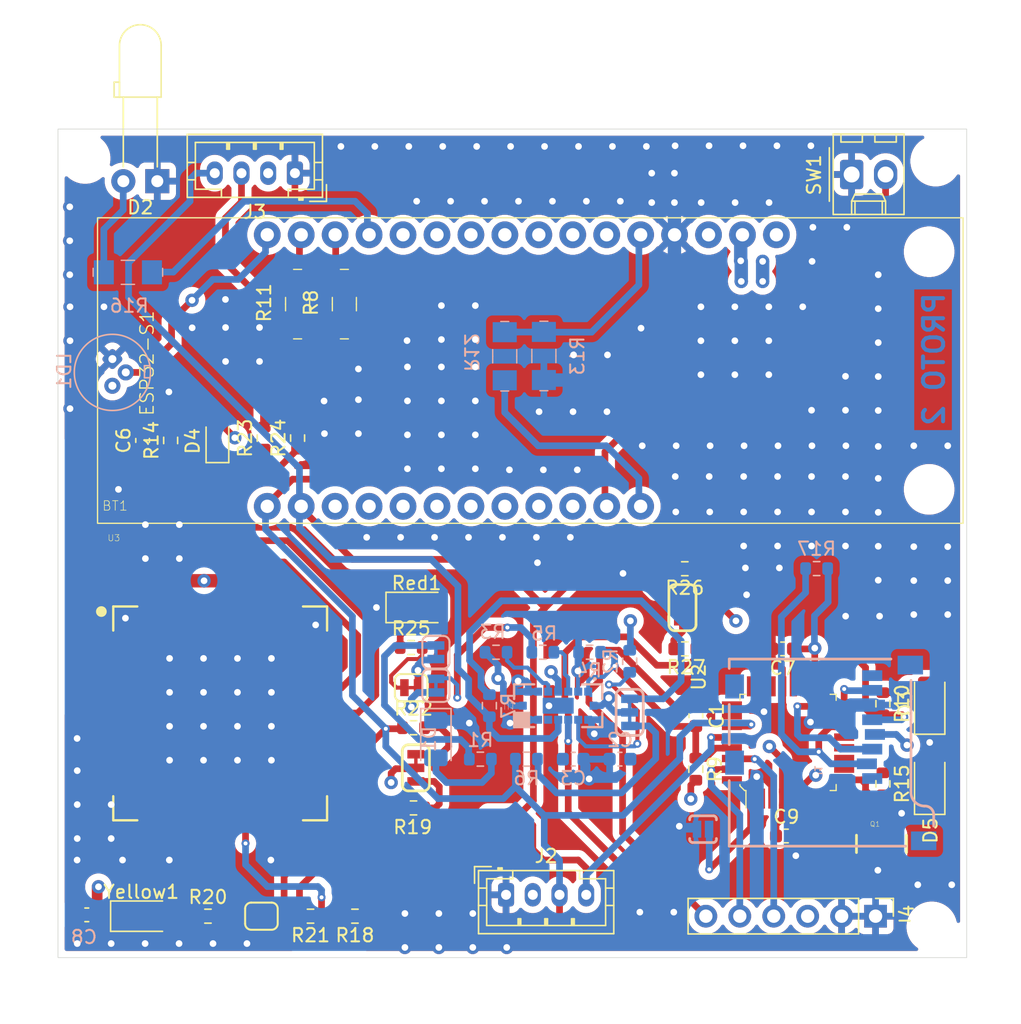
<source format=kicad_pcb>
(kicad_pcb (version 20240108) (generator "pcbnew") (generator_version "8.0")
  (layers (0 "F.Cu" signal) (1 "In1.Cu" signal) (2 "In2.Cu" signal) (31 "B.Cu" signal) (34 "B.Paste" user) (35 "F.Paste" user) (36 "B.SilkS" user "B.Silkscreen") (37 "F.SilkS" user "F.Silkscreen") (38 "B.Mask" user) (39 "F.Mask" user) (44 "Edge.Cuts" user))
  (net 0 "")
  (net 1 "/ADDR")
  (net 2 "GND")
  (net 3 "/BACKUP")
  (net 4 "/DTR")
  (net 5 "/RST")
  (net 6 "3.3V")
  (net 7 "Net-(D2-A)")
  (net 13 "LASER")
  (net 23 "RX")
  (net 24 "SCL")
  (net 26 "TX")
  (net 27 "EN")
  (net 28 "LEVELBAT")
  (net 30 "VBAT")
  (net 31 "SDA")
  (net 32 "LED")
  (net 34 "Net-(I2C1-Pad3)")
  (net 35 "Net-(I2C1-Pad1)")
  (net 36 "/CS")
  (net 38 "/SCK")
  (net 39 "/MISO")
  (net 40 "/MOSI")
  (net 43 "/TXO")
  (net 44 "/RXI")
  (net 45 "Net-(JP1-Pad3)")
  (net 46 "Net-(JP1-Pad1)")
  (net 47 "Net-(JP2-Pad1)")
  (net 48 "Net-(JP3-Pad1)")
  (net 49 "Net-(U2-PB6(XTAL1{slash}TOSC1))")
  (net 50 "Net-(U2-PB7(XTAL2{slash}TOSC2))")
  (net 51 "/~{LP}")
  (net 52 "INT")
  (net 53 "Net-(R24-Pad2)")
  (net 54 "Net-(R11-Pad1)")
  (net 55 "Net-(U2-PD5(T1))")
  (net 56 "Net-(U3-SCL)")
  (net 57 "Net-(U3-RX)")
  (net 58 "Net-(U3-TX)")
  (net 75 "Net-(D1-A)")
  (net 76 "Net-(D3-A)")
  (net 77 "Net-(D5-A)")
  (net 78 "Net-(D4-C)")
  (net 79 "Net-(I2C2-Pad1)")
  (net 80 "Net-(I2C2-Pad3)")
  (net 81 "Net-(JP4-Pad1)")
  (net 82 "/PPS")
  (net 83 "Net-(JP5-Pad1)")
  (net 84 "Net-(Yellow1-A)")
  (net 85 "Net-(Red1-A)")
  (net 86 "VDDA")
  (net 87 "VDDIO")
  (net 88 "Net-(U1-RSVD6)")
  (net 89 "Net-(U3-SDA)")
  (footprint "GPS:SAM-M8Q" (layer "F.Cu") (at 174.205 56.125)
    (property "Reference" "U3")
    (property "Value" "UBLOX_SAM_M8Q-0-10")
  )
  (footprint "LED_THT:LED_D3.0mm_Horizontal_O6.35mm_Z10.0mm" (layer "F.Cu") (at 169.5 16.3 180)
    (property "Reference" "D2")
    (property "Value" "LED")
  )
  (footprint "Resistor_SMD:R_0603_1608Metric" (layer "F.Cu") (at 177.5 35.525 90)
    (property "Reference" "R23")
    (property "Value" "470")
  )
  (footprint "Resistor_SMD:R_0603_1608Metric" (layer "F.Cu") (at 180 35.525 90)
    (property "Reference" "R24")
    (property "Value" "470")
  )
  (footprint "RESONATOR:RESONATOR-SMD" (layer "F.Cu") (at 223.7 65.9)
    (property "Reference" "Q1")
    (property "Value" "16MHZ")
  )
  (footprint "LED_SMD:LED_1206_3216Metric" (layer "F.Cu") (at 188.9 48.2)
    (property "Reference" "Red1")
    (property "Value" "LED")
  )
  (footprint "Resistor_SMD:R_0603_1608Metric" (layer "F.Cu") (at 184.292 71.3 180)
    (property "Reference" "R18")
    (property "Value" "22")
  )
  (footprint "Connector_PinHeader_2.54mm:PinHeader_1x06_P2.54mm_Vertical" (layer "F.Cu") (at 223.25 71.3 -90)
    (property "Reference" "J4")
    (property "Value" "CONN_06NO_SILK_NO_POP")
  )
  (footprint "Resistor_SMD:R_0603_1608Metric" (layer "F.Cu") (at 209.8 60.3 -90)
    (property "Reference" "R9")
    (property "Value" "10k")
  )
  (footprint "Resistor_SMD:R_0603_1608Metric" (layer "F.Cu") (at 208.975 45.3 180)
    (property "Reference" "R26")
    (property "Value" "2.2k")
  )
  (footprint "Resistor_SMD:R_0603_1608Metric" (layer "F.Cu") (at 173.292 71.3)
    (property "Reference" "R20")
    (property "Value" "1k")
  )
  (footprint "Jumper:SMT-JUMPER_2_NC_TRACE_SILK" (layer "F.Cu") (at 188.5 54.2)
    (property "Reference" "JP5" (hide yes))
    (property "Value" "JUMPER-SMT_2_NC_TRACE_SILK")
  )
  (footprint "Connector_JST:JST_PH_B4B-PH-K_1x04_P2.00mm_Vertical" (layer "F.Cu") (at 179.8 15.7 180)
    (property "Reference" "J3")
    (property "Value" "BUTTON")
  )
  (footprint "Resistor_SMD:R_0603_1608Metric" (layer "F.Cu") (at 188.675 57.2)
    (property "Reference" "R22")
    (property "Value" "2.2k")
  )
  (footprint "Resistor_SMD:R_0603_1608Metric" (layer "F.Cu") (at 188.675 63.2)
    (property "Reference" "R19")
    (property "Value" "2.2k")
  )
  (footprint "GPSBAT:ML414H_IV01E" (layer "F.Cu") (at 165.43 38.91 180)
    (property "Reference" "BT1")
    (property "Value" "6.8MM_COIN_CELL" (hide yes))
  )
  (footprint "Resistor_SMD:R_0603_1608Metric" (layer "F.Cu") (at 188.5 51.2)
    (property "Reference" "R25")
    (property "Value" "1k")
  )
  (footprint "Capacitor_SMD:C_0603_1608Metric" (layer "F.Cu") (at 168.4 35.7 90)
    (property "Reference" "C6")
    (property "Value" "1uF")
  )
  (footprint "Capacitor_SMD:C_0603_1608Metric" (layer "F.Cu") (at 216.575 65.3)
    (property "Reference" "C9")
    (property "Value" "0.1uF")
  )
  (footprint "Capacitor_SMD:C_0603_1608Metric" (layer "F.Cu") (at 209.8 56.3 90)
    (property "Reference" "C1")
    (property "Value" "0.1uF")
  )
  (footprint "Resistor_SMD:R_0603_1608Metric" (layer "F.Cu") (at 208.975 51.3 180)
    (property "Reference" "R27")
    (property "Value" "2.2k")
  )
  (footprint "ESP32S2:ESP32-S2" (layer "F.Cu") (at 229.8 41.9 90)
    (property "Reference" "ESP32-S1")
    (property "Value" "~" (hide yes))
  )
  (footprint "Resistor_SMD:R_0603_1608Metric" (layer "F.Cu") (at 180.967 71.3 180)
    (property "Reference" "R21")
    (property "Value" "22")
  )
  (footprint "Connector_Molex:Molex_KK-254_AE-6410-02A_1x02_P2.54mm_Vertical" (layer "F.Cu") (at 221.46 15.8)
    (property "Reference" "SW1")
    (property "Value" "SW_DPDT_x2")
  )
  (footprint "" (layer "F.Cu") (at 164.1 14.6)
    (property "Reference" "")
    (property "Value" "")
  )
  (footprint "Resistor_SMD:R_0603_1608Metric" (layer "F.Cu") (at 223.8 61.4 -90)
    (property "Reference" "R15")
    (property "Value" "1k")
  )
  (footprint "Resistor_SMD:R_0603_1608Metric" (layer "F.Cu") (at 223.8 55.4 -90)
    (property "Reference" "R10")
    (property "Value" "330")
  )
  (footprint "LED_SMD:LED_1206_3216Metric" (layer "F.Cu") (at 168.292 71.3)
    (property "Reference" "Yellow1")
    (property "Value" "LED")
  )
  (footprint "LED_SMD:LED_1206_3216Metric" (layer "F.Cu") (at 227.3 55.4 90)
    (property "Reference" "D3")
    (property "Value" "LED")
  )
  (footprint "digikey-footprints:1206" (layer "F.Cu") (at 183.5 25.5 90)
    (property "Reference" "R8")
    (property "Value" "0")
  )
  (footprint "Capacitor_SMD:C_0603_1608Metric" (layer "F.Cu") (at 164.225 71.2 180)
    (property "Reference" "C8")
    (property "Value" "1uF")
  )
  (footprint "LED_SMD:LED_1206_3216Metric" (layer "F.Cu") (at 227.3 61.4 90)
    (property "Reference" "D5")
    (property "Value" "LED")
  )
  (footprint "Diode_SMD:D_SOD-323" (layer "F.Cu") (at 174 35.75 90)
    (property "Reference" "D4")
    (property "Value" "0.5A/40V/420mV")
  )
  (footprint "Jumper:SMT-JUMPER_3_2-NC_TRACE_SILK" (layer "F.Cu") (at 208.8 48.214 90)
    (property "Reference" "I2C2" (hide yes))
    (property "Value" "JUMPER-SMT_3_2-NC_TRACE_SILK")
  )
  (footprint "Capacitor_SMD:C_0603_1608Metric" (layer "F.Cu") (at 216.3 51.3 180)
    (property "Reference" "C7")
    (property "Value" "4.7uF")
  )
  (footprint "" (layer "F.Cu") (at 227.46 72.1)
    (property "Reference" "")
    (property "Value" "")
  )
  (footprint "digikey-footprints:TQFP-32_7x7mm" (layer "F.Cu") (at 216.7 58.3 90)
    (property "Reference" "U2")
    (property "Value" "ATMEGA328P")
  )
  (footprint "Resistor_SMD:R_0603_1608Metric" (layer "F.Cu") (at 170.5 35.7 90)
    (property "Reference" "R14")
    (property "Value" "3.3k")
  )
  (footprint "digikey-footprints:1206" (layer "F.Cu") (at 180 25.5 90)
    (property "Reference" "R11")
    (property "Value" "0")
  )
  (footprint "Jumper:SMT-JUMPER_3_2-NC_TRACE_SILK" (layer "F.Cu") (at 188.85 60.2 -90)
    (property "Reference" "JP1" (hide yes))
    (property "Value" "JUMPER-SMT_3_2-NC_TRACE_SILK")
  )
  (footprint "Jumper:SMT-JUMPER_2_NC_TRACE_SILK" (layer "F.Cu") (at 177.292 71.3)
    (property "Reference" "JP4" (hide yes))
    (property "Value" "JUMPER-SMT_2_NC_TRACE_SILK")
  )
  (footprint "" (layer "F.Cu") (at 227.75 14.8)
    (property "Reference" "")
    (property "Value" "")
  )
  (footprint "Connector_JST:JST_PH_B4B-PH-K_1x04_P2.00mm_Vertical" (layer "F.Cu") (at 195.6 69.7)
    (property "Reference" "J2")
    (property "Value" "LCD16X2")
  )
  (footprint "Resistor_SMD:R_0603_1608Metric" (layer "B.Cu") (at 194.35 55.55 90)
    (property "Reference" "R7")
    (property "Value" "2.2k")
  )
  (footprint "digikey-footprints:1206" (layer "B.Cu") (at 195.5 29.4 90)
    (property "Reference" "R12" (hide yes))
    (property "Value" "100K")
  )
  (footprint "Resistor_SMD:R_0603_1608Metric" (layer "B.Cu") (at 193.675 59.55 180)
    (property "Reference" "R1")
    (property "Value" "1k")
  )
  (footprint "Jumper:SMT-JUMPER_3_2-NC_TRACE_SILK" (layer "B.Cu") (at 204.85 56.05 -90)
    (property "Reference" "I2C1" (hide yes))
    (property "Value" "JUMPER-SMT_3_2-NC_TRACE_SILK")
  )
  (footprint "LASER:VL53L5CX" (layer "B.Cu") (at 199.5 55.55)
    (property "Reference" "U1")
    (property "Value" "VL53L5CX" (hide yes))
  )
  (footprint "Resistor_SMD:R_0603_1608Metric" (layer "B.Cu") (at 194.85 51.55)
    (property "Reference" "R3")
    (property "Value" "47k")
  )
  (footprint "MICRO SD:MICRO-SD-SOCKET" (layer "B.Cu") (at 212.3 52.06 90)
    (property "Reference" "J1")
    (property "Value" "MICRO-SD")
  )
  (footprint "Capacitor_SMD:C_0603_1608Metric" (layer "B.Cu") (at 204.125 59.55 180)
    (property "Reference" "C2")
    (property "Value" "4.7uF")
  )
  (footprint "digikey-footprints:1206" (layer "B.Cu") (at 198.43 29.38 -90)
    (property "Reference" "R13")
    (property "Value" "100K")
  )
  (footprint "LED_SMD:LED_1206_3216Metric" (layer "B.Cu") (at 190.35 58.05 -90)
    (property "Reference" "D1")
    (property "Value" "LED")
  )
  (footprint "Jumper:SMT-JUMPER_2_NC_TRACE_SILK" (layer "B.Cu") (at 190.35 54.05 -90)
    (property "Reference" "JP3" (hide yes))
    (property "Value" "INT")
  )
  (footprint "Resistor_SMD:R_0603_1608Metric" (layer "B.Cu") (at 218.84 45.29)
    (property "Reference" "R17")
    (property "Value" "10k")
  )
  (footprint "OptoDevice:LaserDiode_TO18-D5.6-3" (layer "B.Cu") (at 166.14 29.61 -90)
    (property "Reference" "LD1")
    (property "Value" "D_Laser_1C2A")
  )
  (footprint "digikey-footprints:1206" (layer "B.Cu") (at 167.3 23.12)
    (property "Reference" "R16")
    (property "Value" "100")
  )
  (footprint "Resistor_SMD:R_0603_1608Metric" (layer "B.Cu") (at 198.35 51.55)
    (property "Reference" "R5")
    (property "Value" "47k")
  )
  (footprint "Jumper:SMT-JUMPER_2_NC_TRACE_SILK" (layer "B.Cu") (at 190.35 51.55 -90)
    (property "Reference" "JP2" (hide yes))
    (property "Value" "PWR_LED")
  )
  (footprint "Resistor_SMD:R_0603_1608Metric" (layer "B.Cu") (at 197.125 59.55)
    (property "Reference" "R6")
    (property "Value" "2.2k")
  )
  (footprint "Jumper:SJ_2S-NO" (layer "B.Cu") (at 210.34 64.79)
    (property "Reference" "ADR1" (hide yes))
    (property "Value" "SOLDERJUMPERNO")
  )
  (footprint "Capacitor_SMD:C_0603_1608Metric" (layer "B.Cu") (at 200.625 59.55)
    (property "Reference" "C3")
    (property "Value" "0.1uF")
  )
  (footprint "Resistor_SMD:R_0603_1608Metric" (layer "B.Cu") (at 204.85 52.225 -90)
    (property "Reference" "R2")
    (property "Value" "47k")
  )
  (footprint "Resistor_SMD:R_0603_1608Metric" (layer "B.Cu") (at 201.85 51.55 180)
    (property "Reference" "R4")
    (property "Value" "47k")
  )
  (gr_rect (start 162.07 12.4) (end 230.07 74.4) (stroke (width 0.05)) (fill none) (layer "Edge.Cuts"))
  (gr_text "PROTO 2" (at 228.5 24.5 90) (layer "B.Cu") (effects (font (size 1.5 1.5) (thickness 0.3) (bold yes)) (justify left bottom mirror)))
  (gr_text "R12" (at 192.99 29.11 -90) (layer "B.SilkS") (effects (font (size 1 1)) (justify mirror)))
  (segment (start 213.9 64.7) (end 213.9 62.5) (width 0.5) (layer "F.Cu") (net 1))
  (segment (start 210.8 67.8) (end 213.9 64.7) (width 0.5) (layer "F.Cu") (net 1))
  (via (at 210.8 67.8) (size 0.6) (drill 0.3) (layers "F.Cu" "B.Cu") (net 1))
  (segment (start 210.8 67.8) (end 210.8 64.8) (width 0.5) (layer "B.Cu") (net 1))
  (segment (start 210.8 64.8) (end 210.79 64.79) (width 0.5) (layer "B.Cu") (net 1))
  (segment (start 223.6568 67.6282) (end 223.6568 66.8448) (width 0.5) (layer "F.Cu") (net 2))
  (segment (start 223.6568 66.8448) (end 223.7 65.9) (width 0.5) (layer "F.Cu") (net 2))
  (segment (start 215.475 61.75) (end 215.475 61.5429) (width 0.5) (layer "F.Cu") (net 2))
  (segment (start 167.08 58.02) (end 167.08 59.925) (width 1) (layer "F.Cu") (net 2))
  (segment (start 180.8395 48.995) (end 181.35 49.5055) (width 1) (layer "F.Cu") (net 2))
  (segment (start 185.9 48.2) (end 187.5 48.2) (width 1) (layer "F.Cu") (net 2))
  (segment (start 217.8 58.9) (end 217.8 59.9) (width 0.5) (layer "F.Cu") (net 2))
  (segment (start 181.33 61.17) (end 181.33 59.925) (width 1) (layer "F.Cu") (net 2))
  (segment (start 217.125 60.575) (end 217.125 62) (width 0.5) (layer "F.Cu") (net 2))
  (segment (start 178.005 48.995) (end 180.8395 48.995) (width 1) (layer "F.Cu") (net 2))
  (segment (start 165.462498 39.362498) (end 164.7 38.6) (width 1) (layer "F.Cu") (net 2))
  (segment (start 217.35 66.7089) (end 217.35 65.3) (width 0.5) (layer "F.Cu") (net 2))
  (segment (start 217.125 62) (end 217.1 62.5) (width 0.5) (layer "F.Cu") (net 2))
  (segment (start 178.005 67.095) (end 178.005 63.25) (width 1) (layer "F.Cu") (net 2))
  (segment (start 226 62.8) (end 225.2 63.6) (width 1) (layer "F.Cu") (net 2))
  (segment (start 217.8 59.9) (end 217.125 60.575) (width 0.5) (layer "F.Cu") (net 2))
  (segment (start 164.7 35.5) (end 164.7 37.05) (width 0.5) (layer "F.Cu") (net 2))
  (segment (start 167.116 49) (end 170.105 49) (width 1) (layer "F.Cu") (net 2))
  (segment (start 181.33 49.5255) (end 181.35 49.5055) (width 1) (layer "F.Cu") (net 2))
  (segment (start 227.3 62.8) (end 226 62.8) (width 1) (layer "F.Cu") (net 2))
  (segment (start 181.33 59.925) (end 181.33 59.92) (width 1) (layer "F.Cu") (net 2))
  (segment (start 170.405 63.25) (end 170.4 63.255) (width 1) (layer "F.Cu") (net 2))
  (segment (start 216.3 55.6) (end 216.3 54.1) (width 0.5) (layer "F.Cu") (net 2))
  (segment (start 215.9 56) (end 216.3 55.6) (width 0.5) (layer "F.Cu") (net 2))
  (segment (start 170.4 63.255) (end 170.4 67.1) (width 1) (layer "F.Cu") (net 2))
  (segment (start 227.3 56.8) (end 227.3 58.3) (width 1) (layer "F.Cu") (net 2))
  (segment (start 166.593398 39.362498) (end 165.462498 39.362498) (width 1) (layer "F.Cu") (net 2))
  (segment (start 163.45 67.15) (end 163.45 71.2) (width 0.8) (layer "F.Cu") (net 2))
  (segment (start 168.5 63.25) (end 170.405 63.25) (width 1) (layer "F.Cu") (net 2))
  (segment (start 178 67.1) (end 178.005 67.095) (width 1) (layer "F.Cu") (net 2))
  (segment (start 166.892 67.108) (end 166.892 71.3) (width 1) (layer "F.Cu") (net 2))
  (segment (start 215.475 62) (end 215.475 61.75) (width 0.5) (layer "F.Cu") (net 2))
  (segment (start 166.9 67.1) (end 166.892 67.108) (width 1) (layer "F.Cu") (net 2))
  (segment (start 215.525 51.3) (end 215.5 51.325) (width 0.5) (layer "F.Cu") (net 2))
  (segment (start 215.5 51.325) (end 215.5 52) (width 0.5) (layer "F.Cu") (net 2))
  (segment (start 215.5 62.5) (end 215.475 62) (width 0.5) (layer "F.Cu") (net 2))
  (segment (start 223.4208 67.8642) (end 223.6568 67.6282) (width 0.5) (layer "F.Cu") (net 2))
  (segment (start 170.105 49) (end 170.405 48.995) (width 1) (layer "F.Cu") (net 2))
  (segment (start 164.7 38.6) (end 164.7 37.05) (width 1) (layer "F.Cu") (net 2))
  (segment (start 181.33 52.32) (end 182.205 52.02) (width 1) (layer "F.Cu") (net 2))
  (segment (start 215.5 52) (end 216.275 52.775) (width 0.5) (layer "F.Cu") (net 2))
  (segment (start 167.116 49) (end 167.1 49.016) (width 1) (layer "F.Cu") (net 2))
  (segment (start 179.25 63.25) (end 181.33 61.17) (width 1) (layer "F.Cu") (net 2))
  (segment (start 165.275 34.925) (end 164.7 35.5) (width 0.5) (layer "F.Cu") (net 2))
  (segment (start 215.475 61.5429) (end 214.7894 60.8573) (width 0.5) (layer "F.Cu") (net 2))
  (segment (start 167.1 49.016) (end 167.1 52.3) (width 1) (layer "F.Cu") (net 2))
  (segment (start 214.9 56) (end 215.9 56) (width 0.5) (layer "F.Cu") (net 2))
  (segment (start 214.7894 60.8573) (end 214.3581 60.8573) (width 0.5) (layer "F.Cu") (net 2))
  (segment (start 178.005 63.25) (end 179.25 63.25) (width 1) (layer "F.Cu") (net 2))
  (segment (start 181.33 52.32) (end 181.33 49.5255) (width 1) (layer "F.Cu") (net 2))
  (segment (start 167.08 61.83) (end 168.5 63.25) (width 1) (layer "F.Cu") (net 2))
  (segment (start 216.275 52.775) (end 216.275 53.6) (width 0.5) (layer "F.Cu") (net 2))
  (segment (start 167.1 52.3) (end 167.08 52.32) (width 1) (layer "F.Cu") (net 2))
  (segment (start 216.275 53.6) (end 216.3 54.1) (width 0.5) (layer "F.Cu") (net 2))
  (segment (start 217.283 66.7759) (end 217.35 66.7089) (width 0.5) (layer "F.Cu") (net 2))
  (segment (start 167.08 59.925) (end 167.08 61.83) (width 1) (layer "F.Cu") (net 2))
  (segment (start 168.4 34.925) (end 165.275 34.925) (width 0.5) (layer "F.Cu") (net 2))
  (segment (start 214.9 56) (end 217.8 58.9) (width 0.5) (layer "F.Cu") (net 2))
  (via (at 218.41 13.65) (size 1) (drill 0.5) (layers "F.Cu" "B.Cu") (net 2))
  (via (at 226.11 43.65) (size 1) (drill 0.5) (layers "F.Cu" "B.Cu") (net 2))
  (via (at 218.46 43.6) (size 1) (drill 0.5) (layers "F.Cu" "B.Cu") (net 2))
  (via (at 178.04 52.01) (size 1) (drill 0.5) (layers "F.Cu" "B.Cu") (net 2))
  (via (at 193.11 73.64) (size 1) (drill 0.5) (layers "F.Cu" "B.Cu") (net 2))
  (via (at 228.65 46.19) (size 1) (drill 0.5) (layers "F.Cu" "B.Cu") (net 2))
  (via (at 213.38 43.6) (size 1) (drill 0.5) (layers "F.Cu" "B.Cu") (net 2))
  (via (at 208.15 71) (size 1) (drill 0.5) (layers "F.Cu" "B.Cu") (net 2))
  (via (at 200.93 37.9) (size 1) (drill 0.5) (layers "F.Cu" "B.Cu") (net 2))
  (via (at 184.55 32.65) (size 1) (drill 0.5) (layers "F.Cu" "B.Cu") (net 2))
  (via (at 217.8 25.7) (size 1) (drill 0.5) (layers "F.Cu" "B.Cu") (net 2))
  (via (at 210.79 13.65) (size 1) (drill 0.5) (layers "F.Cu" "B.Cu") (net 2))
  (via (at 227.3 58.3) (size 1) (drill 0.5) (layers "F.Cu" "B.Cu") (net 2))
  (via (at 190.76 37.82) (size 1) (drill 0.5) (layers "F.Cu" "B.Cu") (net 2))
  (via (at 167.116 49) (size 1) (drill 0.5) (layers "F.Cu" "B.Cu") (net 2))
  (via (at 218.49 36.1) (size 1) (drill 0.5) (layers "F.Cu" "B.Cu") (net 2))
  (via (at 191.45 17.8) (size 1) (drill 0.5) (layers "F.Cu" "B.Cu") (net 2))
  (via (at 170.369 32.07) (size 1) (drill 0.5) (layers "F.Cu" "B.Cu") (net 2))
  (via (at 226.11 36.1) (size 1) (drill 0.5) (layers "F.Cu" "B.Cu") (net 2))
  (via (at 184.55 30.35) (size 1) (drill 0.5) (layers "F.Cu" "B.Cu") (net 2))
  (via (at 173.67 73.35) (size 1) (drill 0.5) (layers "F.Cu" "B.Cu") (net 2))
  (via (at 205.79 36.1) (size 1) (drill 0.5) (layers "F.Cu" "B.Cu") (net 2))
  (via (at 208.25 13.65) (size 1) (drill 0.5) (layers "F.Cu" "B.Cu") (net 2))
  (via (at 190.76 25.61) (size 1) (drill 0.5) (layers "F.Cu" "B.Cu") (net 2))
  (via (at 171.13 73.35) (size 1) (drill 0.5) (layers "F.Cu" "B.Cu") (net 2))
  (via (at 163.5 58) (size 1) (drill 0.5) (layers "F.Cu" "B.Cu") (net 2))
  (via (at 162.97 28.24) (size 1) (drill 0.5) (layers "F.Cu" "B.Cu") (net 2))
  (via (at 198.81 55.56) (size 0.8) (drill 0.5) (layers "F.Cu" "B.Cu") (net 2))
  (via (at 213.38 38.4) (size 1) (drill 0.5) (layers "F.Cu" "B.Cu") (net 2))
  (via (at 178 67.1) (size 1) (drill 0.5) (layers "F.Cu" "B.Cu") (net 2))
  (via (at 170.42 59.63) (size 1) (drill 0.5) (layers "F.Cu" "B.Cu") (net 2))
  (via (at 202.2 57.65) (size 1) (drill 0.5) (layers "F.Cu" "B.Cu") (net 2))
  (via (at 212.74 17.9) (size 1) (drill 0.5) (layers "F.Cu" "B.Cu") (net 2))
  (via (at 223.4208 67.8642) (size 1) (drill 0.5) (layers "F.Cu" "B.Cu") (net 2))
  (via (at 193.11 71.1) (size 1) (drill 0.5) (layers "F.Cu" "B.Cu") (net 2))
  (via (at 213.51 45.24) (size 1) (drill 0.5) (layers "F.Cu" "B.Cu") (net 2))
  (via (at 178.04 59.63) (size 1) (drill 0.5) (layers "F.Cu" "B.Cu") (net 2))
  (via (at 208.2 15.7) (size 1) (drill 0.5) (layers "F.Cu" "B.Cu") (net 2))
  (via (at 162.95 23.3) (size 1) (drill 0.5) (layers "F.Cu" "B.Cu") (net 2))
  (via (at 166.05 62.95) (size 1) (drill 0.5) (layers "F.Cu" "B.Cu") (net 2))
  (via (at 200.65 29.3) (size 1) (drill 0.5) (layers "F.Cu" "B.Cu") (net 2))
  (via (at 223.55 48.85) (size 1) (drill 0.5) (layers "F.Cu" "B.Cu") (net 2))
  (via (at 177.15 29.79) (size 1) (drill 0.5) (layers "F.Cu" "B.Cu") (net 2))
  (via (at 210.18 30.78) (size 1) (drill 0.5) (layers "F.Cu" "B.Cu") (net 2))
  (via (at 208.2 17.9) (size 1) (drill 0.5) (layers "F.Cu" "B.Cu") (net 2))
  (via (at 190.86 13.7) (size 1) (drill 0.5) (layers "F.Cu" "B.Cu") (net 2))
  (via (at 185.17 42.95) (size 1) (drill 0.5) (layers "F.Cu" "B.Cu") (net 2))
  (via (at 208.26 38.4) (size 1) (drill 0.5) (layers "F.Cu" "B.Cu") (net 2))
  (via (at 175.5 57.09) (size 1) (drill 0.5) (layers "F.Cu" "B.Cu") (net 2))
  (via (at 210.87 36.1) (size 1) (drill 0.5) (layers "F.Cu" "B.Cu") (net 2))
  (via (at 200.61 33.55) (size 1) (drill 0.5) (layers "F.Cu" "B.Cu") (net 2))
  (via (at 215.92 43.6) (size 1) (drill 0.5) (layers "F.Cu" "B.Cu") (net 2))
  (via (at 223.45 38.54) (size 1) (drill 0.5) (layers "F.Cu" "B.Cu") (net 2))
  (via (at 210.8 38.4) (size 1) (drill 0.5) (layers "F.Cu" "B.Cu") (net 2))
  (via (at 200.41 42.95) (size 1) (drill 0.5) (layers "F.Cu" "B.Cu") (net 2))
  (via (at 162.95 20.76) (size 1) (drill 0.5) (layers "F.Cu" "B.Cu") (net 2))
  (via (at 213.33 13.65) (size 1) (drill 0.5) (layers "F.Cu" "B.Cu") (net 2))
  (via (at 168.61 42) (size 1) (drill 0.5) (layers "F.Cu" "B.Cu") (net 2))
  (via (at 208.33 36.1) (size 1) (drill 0.5) (layers "F.Cu" "B.Cu") (net 2))
  (via (at 193.3 30.2) (size 1) (drill 0.5) (layers "F.Cu" "B.Cu") (net 2))
  (via (at 195.85 37.9) (size 1) (drill 0.5) (layers "F.Cu" "B.Cu") (net 2))
  (via (at 188.22 30.2) (size 1) (drill 0.5) (layers "F.Cu" "B.Cu") (net 2))
  (via (at 176.21 73.35) (size 1) (drill 0.5) (layers "F.Cu" "B.Cu") (net 2))
  (via (at 185.78 13.7) (size 1) (drill 0.5) (layers "F.Cu" "B.Cu") (net 2))
  (via (at 206.5 17.9) (size 1) (drill 0.5) (layers "F.Cu" "B.Cu") (net 2))
  (via (at 204.15 17.8) (size 1) (drill 0.5) (layers "F.Cu" "B.Cu") (net 2))
  (via (at 193.99 17.8) (size 1) (drill 0.5) (layers "F.Cu" "B.Cu") (net 2))
  (via (at 215.92 38.4) (size 1) (drill 0.5) (layers "F.Cu" "B.Cu") (net 2))
  (via (at 203.56 13.7) (size 1) (drill 0.5) (layers "F.Cu" "B.Cu") (net 2))
  (via (at 205.7 27.3) (size 1) (drill 0.5) (layers "F.Cu" "B.Cu") (net 2))
  (via (at 215.87 13.65) (size 1) (drill 0.5) (layers "F.Cu" "B.Cu") (net 2))
  (via (at 213.38 41.05) (size 1) (drill 0.5) (layers "F.Cu" "B.Cu") (net 2))
  (via (at 201.8146 61.0259) (size 1) (drill 0.5) (layers "F.Cu" "B.Cu") (net 2))
  (via (at 218.375 56.775) (size 1) (drill 0.5) (layers "F.Cu" "B.Cu") (net 2))
  (via (at 208.5638 64.5706) (size 1) (drill 0.5) (layers "F.Cu" "B.Cu") (net 2))
  (via (at 170.42 57.09) (size 1) (drill 0.5) (layers "F.Cu" "B.Cu") (net 2))
  (via (at 216.05 45.24) (size 1) (drill 0.5) (layers "F.Cu" "B.Cu") (net 2))
  (via (at 201.61 17.8) (size 1) (drill 0.5) (layers "F.Cu" "B.Cu") (net 2))
  (via (at 223.45 23.3) (size 1) (drill 0.5) (layers "F.Cu" "B.Cu") (net 2))
  (via (at 188.03 71.1) (size 1) (drill 0.5) (layers "F.Cu" "B.Cu") (net 2))
  (via (at 175.5 54.55) (size 1) (drill 0.5) (layers "F.Cu" "B.Cu") (net 2))
  (via (at 223.45 36.15) (size 1) (drill 0.5) (layers "F.Cu" "B.Cu") (net 2))
  (via (at 212.72 25.7) (size 1) (drill 0.5) (layers "F.Cu" "B.Cu") (net 2))
  (via (at 218.46 41.05) (size 1) (drill 0.5) (layers "F.Cu" "B.Cu") (net 2))
  (via (at 190.76 32.74) (size 1) (drill 0.5) (layers "F.Cu" "B.Cu") (net 2))
  (via (at 223.45 33.46) (size 1) (drill 0.5) (layers "F.Cu" "B.Cu") (net 2))
  (via (at 188.32 13.7) (size 1) (drill 0.5) (layers "F.Cu" "B.Cu") (net 2))
  (via (at 192.79 42.95) (size 1) (drill 0.5) (layers "F.Cu" "B.Cu") (net 2))
  (via (at 203.15 33.55) (size 1) (drill 0.5) (layers "F.Cu" "B.Cu") (net 2))
  (via (at 221 30.9) (size 1) (drill 0.5) (layers "F.Cu" "B.Cu") (net 2))
  (via (at 190.57 73.64) (size 1) (drill 0.5) (layers "F.Cu" "B.Cu") (net 2))
  (via (at 188.22 37.82) (size 1) (drill 0.5) (layers "F.Cu" "B.Cu") (net 2))
  (via (at 221 33.44) (size 1) (drill 0.5) (layers "F.Cu" "B.Cu") (net 2))
  (via (at 163.5 67.1) (size 1) (drill 0.5) (layers "F.Cu" "B.Cu") (net 2))
  (via (at 182.01 35.19) (size 1) (drill 0.5) (layers "F.Cu" "B.Cu") (net 2))
  (via (at 177.15 27.25) (size 1) (drill 0.5) (layers "F.Cu" "B.Cu") (net 2))
  (via (at 163.51 65.49) (size 1) (drill 0.5) (layers "F.Cu" "B.Cu") (net 2))
  (via (at 215.26 28.24) (size 1) (drill 0.5) (layers "F.Cu" "B.Cu") (net 2))
  (via (at 204.35 45.65) (size 1) (drill 0.5) (layers "F.Cu" "B.Cu") (net 2))
  (via (at 174.61 27.25) (size 1) (drill 0.5) (layers "F.Cu" "B.Cu") (net 2))
  (via (at 218.46 38.4) (size 1) (drill 0.5) (layers "F.Cu" "B.Cu") (net 2))
  (via (at 171.15 44.54) (size 1) (drill 0.5) (layers "F.Cu" "B.Cu") (net 2))
  (via (at 174.6 25.15) (size 1) (drill 0.5) (layers "F.Cu" "B.Cu") (net 2))
  (via (at 221.01 48.85) (size 1) (drill 0.5) (layers "F.Cu" "B.Cu") (net 2))
  (via (at 190.76 28.15) (size 1) (drill 0.5) (layers "F.Cu" "B.Cu") (net 2))
  (via (at 181.98 32.75) (size 1) (drill 0.5) (layers "F.Cu" "B.Cu") (net 2))
  (via (at 195.33 42.95) (size 1) (drill 0.5) (layers "F.Cu" "B.Cu") (net 2))
  (via (at 221 38.4) (size 1) (drill 0.5) (layers "F.Cu" "B.Cu") (net 2))
  (via (at 223.45 41.08) (size 1) (drill 0.5) (layers "F.Cu" "B.Cu") (net 2))
  (via (at 190.76 35.28) (size 1) (drill 0.5) (layers "F.Cu" "B.Cu") (net 2))
  (via (at 178.04 57.09) (size 1) (drill 0.5) (layers "F.Cu" "B.Cu") (net 2))
  (via (at 215.95 36.1) (size 1) (drill 0.5) (layers "F.Cu" "B.Cu") (net 2))
  (via (at 226.11 46.19) (size 1) (drill 0.5) (layers "F.Cu" "B.Cu") (net 2))
  (via (at 163.51 62.95) (size 1) (drill 0.5) (layers "F.Cu" "B.Cu") (net 2))
  (via (at 175.5 52.01) (size 1) (drill 0.5) (layers "F.Cu" "B.Cu") (net 2))
  (via (at 188.03 73.64) (size 1) (drill 0.5) (layers "F.Cu" "B.Cu") (net 2))
  (via (at 213.41 36.1) (size 1) (drill 0.5) (layers "F.Cu" "B.Cu") (net 2))
  (via (at 188.19 28.23) (size 1) (drill 0.5) (layers "F.Cu" "B.Cu") (net 2))
  (via (at 200.981621 52.95) (size 1) (drill 0.5) (layers "F.Cu" "B.Cu") (net 2))
  (via (at 218.56 19.75) (size 1) (drill 0.5) (layers "F.Cu" "B.Cu") (net 2))
  (via (at 166.9 67.1) (size 1) (drill 0.5) (layers "F.Cu" "B.Cu") (net 2))
  (via (at 228.65 43.65) (size 1) (drill 0.5) (layers "F.Cu" "B.Cu") (net 2))
  (via (at 228.65 36.1) (size 1) (drill 0.5) (layers "F.Cu" "B.Cu") (net 2))
  (via (at 168.59 73.35) (size 1) (drill 0.5) (layers "F.Cu" "B.Cu") (net 2))
  (via (at 201.02 13.7) (size 1) (drill 0.5) (layers "F.Cu" "B.Cu") (net 2))
  (via (at 206.5 15.7) (size 1) (drill 0.5) (layers "F.Cu" "B.Cu") (net 2))
  (via (at 175.5 59.63) (size 1) (drill 0.5) (layers "F.Cu" "B.Cu") (net 2))
  (via (at 188.91 17.8) (size 1) (drill 0.5) (layers "F.Cu" "B.Cu") (net 2))
  (via (at 212.72 30.78) (size 1) (drill 0.5) (layers "F.Cu" "B.Cu") (net 2))
  (via (at 162.97 33.32) (size 1) (drill 0.5) (layers "F.Cu" "B.Cu") (net 2))
  (via (at 172.96 57.09) (size 1) (drill 0.5) (layers "F.Cu" "B.Cu") (net 2))
  (via (at 215.28 17.9) (size 1) (drill 0.5) (layers "F.Cu" "B.Cu") (net 2))
  (via (at 223.45 46.16) (size 1) (drill 0.5) (layers "F.Cu" "B.Cu") (net 2))
  (via (at 215.26 30.78) (size 1) (drill 0.5) (layers "F.Cu" "B.Cu") (net 2))
  (via (at 172.96 59.63) (size 1) (drill 0.5) (layers "F.Cu" "B.Cu") (net 2))
  (via (at 170.42 52.01) (size 1) (drill 0.5) (layers "F.Cu" "B.Cu") (net 2))
  (via (at 218.5 22.3) (size 1) (drill 0.5) (layers "F.Cu" "B.Cu") (net 2))
  (via (at 215.92 41.05) (size 1) (drill 0.5) (layers "F.Cu" "B.Cu") (net 2))
  (via (at 226.41 68.95) (size 1) (drill 0.5) (layers "F.Cu" "B.Cu") (net 2))
  (via (at 210.84 41.05) (size 1) (drill 0.5) (layers "F.Cu" "B.Cu") (net 2))
  (via (at 193.3 37.82) (size 1) (drill 0.5) (layers "F.Cu" "B.Cu") (net 2))
  (via (at 181.35 49.5055) (size 1) (drill 0.5) (layers "F.Cu" "B.Cu") (net 2))
  (via (at 195.65 73.64) (size 1) (drill 0.5) (layers "F.Cu" "B.Cu") (net 2))
  (via (at 226.11 48.73) (size 1) (drill 0.5) (layers "F.Cu" "B.Cu") (net 2))
  (via (at 213.6 47.25) (size 1) (drill 0.5) (layers "F.Cu" "B.Cu") (net 2))
  (via (at 221.03 36.1) (size 1) (drill 0.5) (layers "F.Cu" "B.Cu") (net 2))
  (via (at 223.45 30.92) (size 1) (drill 0.5) (layers "F.Cu" "B.Cu") (net 2))
  (via (at 210.18 28.24) (size 1) (drill 0.5) (layers "F.Cu" "B.Cu") (net 2))
  (via (at 190.25 42.95) (size 1) (drill 0.5) (layers "F.Cu" "B.Cu") (net 2))
  (via (at 208.3 41.05) (size 1) (drill 0.5) (layers "F.Cu" "B.Cu") (net 2))
  (via (at 170.4 67.1) (size 1) (drill 0.5) (layers "F.Cu" "B.Cu") (net 2))
  (via (at 174.61 29.79) (size 1) (drill 0.5) (layers "F.Cu" "B.Cu") (net 2))
  (via (at 188.22 32.74) (size 1) (drill 0.5) (layers "F.Cu" "B.Cu") (net 2))
  (via (at 170.42 54.55) (size 1) (drill 0.5) (layers "F.Cu" "B.Cu") (net 2))
  (via (at 228.95 68.95) (size 1) (drill 0.5) (layers "F.Cu" "B.Cu") (net 2))
  (via (at 198.07 33.55) (size 1) (drill 0.5) (layers "F.Cu" "B.Cu") (net 2))
  (via (at 218.46 33.44) (size 1) (drill 0.5) (layers "F.Cu" "B.Cu") (net 2))
  (via (at 217.283 66.7759) (size 1) (drill 0.5) (layers "F.Cu" "B.Cu") (net 2))
  (via (at 172.96 52.01) (size 1) (drill 0.5) (layers "F.Cu" "B.Cu") (net 2))
  (via (at 221.1 19.75) (size 1) (drill 0.5) (layers "F.Cu" "B.Cu") (net 2))
  (via (at 162.97 25.7) (size 1) (drill 0.5) (layers "F.Cu" "B.Cu") (net 2))
  (via (at 223.45 25.84) (size 1) (drill 0.5) (layers "F.Cu" "B.Cu") (net 2))
  (via (at 188.22 35.28) (size 1) (drill 0.5) (layers "F.Cu" "B.Cu") (net 2))
  (via (at 178.04 54.55) (size 1) (drill 0.5) (layers "F.Cu" "B.Cu") (net 2))
  (via (at 196.53 17.8) (size 1) (drill 0.5) (layers "F.Cu" "B.Cu") (net 2))
  (via (at 192.85 56.85) (size 1) (drill 0.5) (layers "F.Cu" "B.Cu") (net 2))
  (via (at 193.3 35.28) (size 1) (drill 0.5) (layers "F.Cu" "B.Cu") (net 2))
  (via (at 228.65 48.73) (size 1) (drill 0.5) (layers "F.Cu" "B.Cu") (net 2))
  (via (at 210.18 25.7) (size 1) (drill 0.5) (layers "F.Cu" "B.Cu") (net 2))
  (via (at 197.95 44.85) (size 1) (drill 0.5) (layers "F.Cu" "B.Cu") (net 2))
  (via (at 166.593398 39.362498) (size 1) (drill 0.5) (layers "F.Cu" "B.Cu") (net 2))
  (via (at 187.71 42.95) (size 1) (drill 0.5) (layers "F.Cu" "B.Cu") (net 2))
  (via (at 214.9 56) (size 1) (drill 0.5) (layers "F.Cu" "B.Cu") (net 2))
  (via (at 193.3 25.61) (size 1) (drill 0.5) (layers "F.Cu" "B.Cu") (net 2))
  (via (at 190.76 30.2) (size 1) (drill 0.5) (layers "F.Cu" "B.Cu") (net 2))
  (via (at 183.24 13.7) (size 1) (drill 0.5) (layers "F.Cu" "B.Cu") (net 2))
  (via (at 172.11 27.27) (size 1) (drill 0.5) (layers "F.Cu" "B.Cu") (net 2))
  (via (at 168.61 44.54) (size 1) (drill 0.5) (layers "F.Cu" "B.Cu") (net 2))
  (via (at 221 41.05) (size 1) (drill 0.5) (layers "F.Cu" "B.Cu") (net 2))
  (via (at 172.96 54.55) (size 1) (drill 0.5) (layers "F.Cu" "B.Cu") (net 2))
  (via (at 184.55 35.19) (size 1) (drill 0.5) (layers "F.Cu" "B.Cu") (net 2))
  (via (at 198.39 37.9) (size 1) (drill 0.5) (layers "F.Cu" "B.Cu") (net 2))
  (via (at 199.07 17.8) (size 1) (drill 0.5) (layers "F.Cu" "B.Cu") (net 2))
  (via (at 193.4 13.7) (size 1) (drill 0.5) (layers "F.Cu" "B.Cu") (net 2))
  (via (at 163.51 60.41) (size 1) (drill 0.5) (layers "F.Cu" "B.Cu") (net 2))
  (via (at 203.19 29.3) (size 1) (drill 0.5) (layers "F.Cu" "B.Cu") (net 2))
  (via (at 195.94 13.7) (size 1) (drill 0.5) (layers "F.Cu" "B.Cu") (net 2))
  (via (at 193.3 28.15) (size 1) (drill 0.5) (layers "F.Cu" "B.Cu") (net 2))
  (via (at 165.51 25.7) (size 1) (drill 0.5) (layers "F.Cu" "B.Cu") (net 2))
  (via (at 166.05 65.49) (size 1) (drill 0.5) (layers "F.Cu" "B.Cu") (net 2))
  (via (at 196.5 53.7031) (size 1) (drill 0.5) (layers "F.Cu" "B.Cu") (net 2))
  (via (at 190.57 71.1) (size 1) (drill 0.5) (layers "F.Cu" "B.Cu") (net 2))
  (via (at 198.48 13.7) (size 1) (drill 0.5) (layers "F.Cu" "B.Cu") (net 2))
  (via (at 205.61 71) (size 1) (drill 0.5) (layers "F.Cu" "B.Cu") (net 2))
  (via (at 221 43.6) (size 1) (drill 0.5) (layers "F.Cu" "B.Cu") (net 2))
  (via (at 162.95 18.22) (size 1) (drill 0.5) (layers "F.Cu" "B.Cu") (net 2))
  (via (at 197.87 42.95) (size 1) (drill 0.5) (layers "F.Cu" "B.Cu") (net 2))
  (via (at 212.72 28.24) (size 1) (drill 0.5) (layers "F.Cu" "B.Cu") (net 2))
  (via (at 215.26 25.7) (size 1) (drill 0.5) (layers "F.Cu" "B.Cu") (net 2))
  (via (at 206.1 13.7) (size 1) (drill 0.5) (layers "F.Cu" "B.Cu") (net 2))
  (via (at 210.2 17.9) (size 1) (drill 0.5) (layers "F.Cu" "B.Cu") (net 2))
  (via (at 171.15 42) (size 1) (drill 0.5) (layers "F.Cu" "B.Cu") (net 2))
  (via (at 225.2 63.6) (size 1) (drill 0.5) (layers "F.Cu" "B.Cu") (net 2))
  (via (at 223.45 28.38) (size 1) (drill 0.5) (layers "F.Cu" "B.Cu") (net 2))
  (via (at 185.9 48.2) (size 1) (drill 0.5) (layers "F.Cu" "B.Cu") (net 2))
  (via (at 163.51 73.35) (size 1) (drill 0.5) (layers "F.Cu" "B.Cu") (net 2))
  (via (at 214.3581 60.8573) (size 1) (drill 0.5) (layers "F.Cu" "B.Cu") (net 2))
  (via (at 195.9 56.85) (size 1) (drill 0.5) (layers "F.Cu" "B.Cu") (net 2))
  (via (at 223.45 43.62) (size 1) (drill 0.5) (layers "F.Cu" "B.Cu") (net 2))
  (via (at 193.3 32.74) (size 1) (drill 0.5) (layers "F.Cu" "B.Cu") (net 2))
  (via (at 166.05 73.35) (size 1) (drill 0.5) (layers "F.Cu" "B.Cu") (net 2))
  (segment (start 208.2 20.42) (end 208.2 28.1) (width 1) (layer "B.Cu") (net 2))
  (segment (start 197.25 54.5) (end 197.25 53.85) (width 0.5) (layer "B.Cu") (net 2))
  (segment (start 205.12 31.18) (end 198.43 31.18) (width 1) (layer "B.Cu") (net 2))
  (segment (start 191.95 56.85) (end 192.85 56.85) (width 0.8) (layer "B.Cu") (net 2))
  (segment (start 197.1031 53.7031) (end 196.5 53.7031) (width 0.5) (layer "B.Cu") (net 2))
  (segment (start 200.981621 52.95) (end 200.981621 54.481621) (width 0.3) (layer "B.Cu") (net 2))
  (segment (start 201.6682 60.8795) (end 201.8146 61.0259) (width 0.5) (layer "B.Cu") (net 2))
  (segment (start 223.2 55.5) (end 222.7 55.5) (width 0.5) (layer "B.Cu") (net 2))
  (segment (start 196.15 56.6) (end 195.9 56.85) (width 0.5) (layer "B.Cu") (net 2))
  (segment (start 201.8509 59.55) (end 201.4 59.55) (width 0.5) (layer "B.Cu") (net 2))
  (segment (start 202.8991 59.55) (end 201.8509 59.55) (width 0.5) (layer "B.Cu") (net 2))
  (segment (start 191.75 56.65) (end 191.95 56.85) (width 0.8) (layer "B.Cu") (net 2))
  (segment (start 200.981621 52.95) (end 200.981621 51.593379) (width 0.5) (layer "B.Cu") (net 2))
  (segment (start 206.5 15.7) (end 206.5 17.9) (width 1) (layer "B.Cu") (net 2))
  (segment (start 208.2 15.7) (end 208.2 17.9) (width 1) (layer "B.Cu") (net 2))
  (segment (start 209.8225 64.5706) (end 209.5725 64.5706) (width 0.5) (layer "B.Cu") (net 2))
  (segment (start 201.4 59.55) (end 201.6682 60.0173) (width 0.5) (layer "B.Cu") (net 2))
  (segment (start 209.5725 64.5706) (end 208.5638 64.5706) (width 0.5) (layer "B.Cu") (net 2))
  (segment (start 200.981621 51.593379) (end 201.025 51.55) (width 0.5) (layer "B.Cu") (net 2))
  (segment (start 197.25 54.5) (end 198 54.5) (width 0.3) (layer "B.Cu") (net 2))
  (segment (start 208.2 20.18) (end 208.08 20.3) (width 1) (layer "B.Cu") (net 2))
  (segment (start 198 56.6) (end 197.25 56.6) (width 0.5) (layer "B.Cu") (net 2))
  (segment (start 203.35 59.55) (end 202.8991 59.55) (width 0.5) (layer "B.Cu") (net 2))
  (segment (start 202 57.45) (end 202 56.85) (width 0.5) (layer "B.Cu") (net 2))
  (segment (start 221.4 55.5) (end 223.2 55.5) (width 1) (layer "B.Cu") (net 2))
  (segment (start 218.375 56.775) (end 220.125 56.775) (width 1) (layer "B.Cu") (net 2))
  (segment (start 202 56.85) (end 201.75 56.6) (width 0.5) (layer "B.Cu") (net 2))
  (segment (start 201.6682 60.0173) (end 201.6682 60.8795) (width 0.5) (layer "B.Cu") (net 2))
  (segment (start 208.2 17.9) (end 208.2 20.18) (width 1) (layer "B.Cu") (net 2))
  (segment (start 208.08 20.3) (end 208.2 20.42) (width 1) (layer "B.Cu") (net 2))
  (segment (start 200.981621 54.481621) (end 201 54.5) (width 0.3) (layer "B.Cu") (net 2))
  (segment (start 197.25 53.85) (end 197.1031 53.7031) (width 0.5) (layer "B.Cu") (net 2))
  (segment (start 190.35 56.65) (end 191.75 56.65) (width 0.8) (layer "B.Cu") (net 2))
  (segment (start 197.25 56.6) (end 196.15 56.6) (width 0.5) (layer "B.Cu") (net 2))
  (segment (start 202.2 57.65) (end 202 57.45) (width 0.5) (layer "B.Cu") (net 2))
  (segment (start 208.2 28.1) (end 205.12 31.18) (width 1) (layer "B.Cu") (net 2))
  (segment (start 220.125 56.775) (end 221.4 55.5) (width 1) (layer "B.Cu") (net 2))
  (segment (start 209.89 64.79) (end 209.8225 64.5706) (width 0.5) (layer "B.Cu") (net 2))
  (segment (start 164.6158 41.5999) (end 166.9001 41.5999) (width 0.5) (layer "F.Cu") (net 3))
  (segment (start 163.1 55.4) (end 163.1 41.5999) (width 0.5) (layer "F.Cu") (net 3))
  (segment (start 168.5 40) (end 168.5 36.575) (width 0.5) (layer "F.Cu") (net 3))
  (segment (start 170.45 36.475) (end 170.5 36.525) (width 0.5) (layer "F.Cu") (net 3))
  (segment (start 163.278 40.932) (end 163.528 41.182) (width 0.5) (layer "F.Cu") (net 3))
  (segment (start 163.82 56.12) (end 163.1 55.4) (width 0.5) (layer "F.Cu") (net 3))
  (segment (start 168.5 36.575) (end 168.4 36.475) (width 0.5) (layer "F.Cu") (net 3))
  (segment (start 164.1979 41.182) (end 164.6158 41.5999) (width 0.5) (layer "F.Cu") (net 3))
  (segment (start 168.4 36.475) (end 170.45 36.475) (width 0.5) (layer "F.Cu") (net 3))
  (segment (start 163.1 41.5999) (end 164.6158 41.5999) (width 0.5) (layer "F.Cu") (net 3))
  (segment (start 166.9001 41.5999) (end 168.5 40) (width 0.5) (layer "F.Cu") (net 3))
  (segment (start 163.528 41.182) (end 163.778 41.182) (width 0.5) (layer "F.Cu") (net 3))
  (segment (start 163.778 41.182) (end 164.1979 41.182) (width 0.5) (layer "F.Cu") (net 3))
  (segment (start 167.08 56.12) (end 163.82 56.12) (width 0.5) (layer "F.Cu") (net 3))
  (segment (start 210.55 71.3) (end 204.32 65.07) (width 0.5) (layer "F.Cu") (net 4))
  (segment (start 201.8 55.3) (end 201.8 54.5) (width 0.5) (layer "F.Cu") (net 4))
  (segment (start 204.32 57.82) (end 201.8 55.3) (width 0.5) (layer "F.Cu") (net 4))
  (segment (start 208.1296 55.5) (end 209.775 55.5) (width 0.5) (layer "F.Cu") (net 4))
  (segment (start 204.32 65.07) (end 204.32 57.82) (width 0.5) (layer "F.Cu") (net 4))
  (segment (start 209.775 55.5) (end 209.8 55.525) (width 0.5) (layer "F.Cu") (net 4))
  (segment (start 202.6 51.9) (end 203.1 51.4) (width 0.5) (layer "F.Cu") (net 4))
  (segment (start 204.0296 51.4) (end 208.1296 55.5) (width 0.5) (layer "F.Cu") (net 4))
  (segment (start 203.1 51.4) (end 204.0296 51.4) (width 0.5) (layer "F.Cu") (net 4))
  (segment (start 202.6 53.7) (end 202.6 51.9) (width 0.5) (layer "F.Cu") (net 4))
  (segment (start 201.8 54.5) (end 202.6 53.7) (width 0.5) (layer "F.Cu") (net 4))
  (segment (start 208.18 57.1) (end 209.775 57.1) (width 0.5) (layer "F.Cu") (net 5))
  (segment (start 209.775 57.1) (end 209.8 57.075) (width 0.5) (layer "F.Cu") (net 5))
  (segment (start 210.5 59.5) (end 209.825 59.5) (width 0.5) (layer "F.Cu") (net 5))
  (segment (start 209.825 59.5) (end 209.8 59.475) (width 0.5) (layer "F.Cu") (net 5))
  (segment (start 211.275 58.725) (end 210.5 59.5) (width 0.5) (layer "F.Cu") (net 5))
  (segment (start 209.7938 57.0812) (end 209.8 57.075) (width 0.5) (layer "F.Cu") (net 5))
  (segment (start 209.8 59.475) (end 209.7938 59.4688) (width 0.5) (layer "F.Cu") (net 5))
  (segment (start 212 58.725) (end 211.275 58.725) (width 0.5) (layer "F.Cu") (net 5))
  (segment (start 203.7198 52.5779) (end 203.7198 52.6398) (width 0.5) (layer "F.Cu") (net 5))
  (segment (start 209.7938 59.4688) (end 209.7938 57.0812) (width 0.5) (layer "F.Cu") (net 5))
  (segment (start 203.7198 52.6398) (end 208.18 57.1) (width 0.5) (layer "F.Cu") (net 5))
  (segment (start 212.5 58.7) (end 212 58.725) (width 0.5) (layer "F.Cu") (net 5))
  (via (at 203.7198 52.5779) (size 0.6) (drill 0.3) (layers "F.Cu" "B.Cu") (net 5))
  (segment (start 202.902943 53.394757) (end 203.7198 52.5779) (width 0.3) (layer "B.Cu") (net 5))
  (segment (start 203.35 51.55) (end 203.7198 51.9198) (width 0.5) (layer "B.Cu") (net 5))
  (segment (start 201.75 53.688134) (end 202.043377 53.394757) (width 0.3) (layer "B.Cu") (net 5))
  (segment (start 201.75 54.5) (end 201.75 53.688134) (width 0.3) (layer "B.Cu") (net 5))
  (segment (start 202.043377 53.394757) (end 202.902943 53.394757) (width 0.3) (layer "B.Cu") (net 5))
  (segment (start 203.7198 51.9198) (end 203.7198 52.5779) (width 0.5) (layer "B.Cu") (net 5))
  (segment (start 202.675 51.55) (end 203.35 51.55) (width 0.5) (layer "B.Cu") (net 5))
  (segment (start 165 69.2) (end 165 71.2) (width 0.8) (layer "F.Cu") (net 6))
  (segment (start 165.1 69.1) (end 165 69.2) (width 0.8) (layer "F.Cu") (net 6))
  (segment (start 209.4239 61.5011) (end 209.8 61.125) (width 0.5) (layer "F.Cu") (net 6))
  (segment (start 217.075 51.3) (end 217.075 53.6) (width 0.5) (layer "F.Cu") (net 6))
  (segment (start 208.8 48.214) (end 211.814 48.214) (width 0.5) (layer "F.Cu") (net 6))
  (segment (start 217.075 53.6) (end 217.1 54.1) (width 0.5) (layer "F.Cu") (net 6))
  (segment (start 218.6148 60.7495) (end 217.925 61.4393) (width 0.5) (layer "F.Cu") (net 6))
  (segment (start 218.64 51.3) (end 217.075 51.3) (width 0.5) (layer "F.Cu") (net 6))
  (segment (start 215.3 58.6) (end 216.275 59.575) (width 0.5) (layer "F.Cu") (net 6))
  (segment (start 216.3 62.5) (end 216.275 63) (width 0.5) (layer "F.Cu") (net 6))
  (segment (start 188.85 60.2) (end 188.7825 60.2675) (width 0.5) (layer "F.Cu") (net 6))
  (segment (start 174.985 46.2) (end 176.105 47.32) (width 1) (layer "F.Cu") (net 6))
  (segment (start 216.275 63.975) (end 215.8 64.45) (width 0.5) (layer "F.Cu") (net 6))
  (segment (start 211.814 48.214) (end 212.8 49.2) (width 0.5) (layer "F.Cu") (net 6))
  (segment (start 174.5 34.7) (end 174 34.7) (width 0.5) (layer "F.Cu") (net 6))
  (segment (start 189.008 52.908) (end 189.008 54.2) (width 0.5) (layer "F.Cu") (net 6))
  (segment (start 165.5 46.2) (end 173 46.2) (width 1) (layer "F.Cu") (net 6))
  (segment (start 215.8 64.45) (end 215.8 65.3) (width 0.5) (layer "F.Cu") (net 6))
  (segment (start 218.7738 60.7495) (end 218.6148 60.7495) (width 0.5) (layer "F.Cu") (net 6))
  (segment (start 173 46.2) (end 174.985 46.2) (width 1) (layer "F.Cu") (net 6))
  (segment (start 216.275 62) (end 216.3 62.5) (width 0.5) (layer "F.Cu") (net 6))
  (segment (start 216.275 63) (end 216.275 63.975) (width 0.5) (layer "F.Cu") (net 6))
  (segment (start 187.3325 60.2675) (end 187 60.6) (width 0.5) (layer "F.Cu") (net 6))
  (segment (start 164.3 47.4) (end 165.5 46.2) (width 1) (layer "F.Cu") (net 6))
  (segment (start 187 60.6) (end 187 61.3) (width 0.5) (layer "F.Cu") (net 6))
  (segment (start 165.1 54.225) (end 164.3 53.425) (width 1) (layer "F.Cu") (net 6))
  (segment (start 217.925 61.4393) (end 217.925 61.75) (width 0.5) (layer "F.Cu") (net 6))
  (segment (start 164.3 53.425) (end 164.3 47.4) (width 1) (layer "F.Cu") (net 6))
  (segment (start 218.7 51.24) (end 218.7 54.1) (width 0.5) (layer "F.Cu") (net 6))
  (segment (start 217.925 62) (end 217.9 62.5) (width 0.5) (layer "F.Cu") (net 6))
  (segment (start 188.7825 60.2675) (end 187.3325 60.2675) (width 0.5) (layer "F.Cu") (net 6))
  (segment (start 175.3 35.5) (end 174.5 34.7) (width 0.5) (layer "F.Cu") (net 6))
  (segment (start 176.105 47.32) (end 176.105 48.995) (width 1) (layer "F.Cu") (net 6))
  (segment (start 209.4239 62.5264) (end 209.4239 61.5011) (width 0.5) (layer "F.Cu") (net 6))
  (segment (start 167.08 54.225) (end 165.1 54.225) (width 1) (layer "F.Cu") (net 6))
  (segment (start 216.275 59.575) (end 216.275 62) (width 0.5) (layer "F.Cu") (net 6))
  (segment (start 218.7 51.24) (end 218.64 51.3) (width 0.5) (layer "F.Cu") (net 6))
  (segment (start 217.925 61.75) (end 217.925 62) (width 0.5) (layer "F.Cu") (net 6))
  (via (at 187 61.3) (size 1) (drill 0.5) (layers "F.Cu" "B.Cu") (net 6))
  (via (at 204.9 49.2) (size 1) (drill 0.5) (layers "F.Cu" "B.Cu") (net 6))
  (via (at 198.964 53.0153) (size 1) (drill 0.5) (layers "F.Cu" "B.Cu") (net 6))
  (via (at 218.7738 60.7495) (size 1) (drill 0.5) (layers "F.Cu" "B.Cu") (net 6))
  (via (at 214.8 22.3) (size 1) (drill 0.5) (layers "F.Cu" "B.Cu") (net 6))
  (via (at 173 46.2) (size 1) (drill 0.5) (layers "F.Cu" "B.Cu") (net 6))
  (via (at 225.6 58.5) (size 1) (drill 0.5) (layers "F.Cu" "B.Cu") (net 6))
  (via (at 195 53.5) (size 1) (drill 0.5) (layers "F.Cu" "B.Cu") (net 6))
  (via (at 213.16 22.26) (size 1) (drill 0.5) (layers "F.Cu" "B.Cu") (net 6))
  (via (at 214.8 23.8) (size 1) (drill 0.5) (layers "F.Cu" "B.Cu") (net 6))
  (via (at 213.2 23.8) (size 1) (drill 0.5) (layers "F.Cu" "B.Cu") (net 6))
  (via (at 189.008 52.908) (size 1) (drill 0.5) (layers "F.Cu" "B.Cu") (net 6))
  (via (at 175.3 35.5) (size 1) (drill 0.5) (layers "F.Cu" "B.Cu") (net 6))
  (via (at 203.2802 54.9661) (size 1) (drill 0.5) (layers "F.Cu" "B.Cu") (net 6))
  (via (at 218.7 51.24) (size 1) (drill 0.5) (layers "F.Cu" "B.Cu") (net 6))
  (via (at 212.8 49.2) (size 1) (drill 0.5) (layers "F.Cu" "B.Cu") (net 6))
  (via (at 215.3 58.6) (size 1) (drill 0.5) (layers "F.Cu" "B.Cu") (net 6))
  (via (at 209.4239 62.5264) (size 1) (drill 0.5) (layers "F.Cu" "B.Cu") (net 6))
  (via (at 165.1 69.1) (size 1) (drill 0.5) (layers "F.Cu" "B.Cu") (net 6))
  (via (at 188.5108 55.6453) (size 1) (drill 0.5) (layers "F.Cu" "B.Cu") (net 6))
  (segment (start 204.9 49.2) (end 204.9 51.35) (width 0.5) (layer "B.Cu") (net 6))
  (segment (start 188.5108 55.0392) (end 188.5108 55.6453) (width 0.5) (layer "B.Cu") (net 6))
  (segment (start 189.965 52.1255) (end 190.35 52.058) (width 0.5) (layer "B.Cu") (net 6))
  (segment (start 204.9 51.35) (end 204.85 51.4) (width 0.5) (layer "B.Cu") (net 6))
  (segment (start 195.4 54.9) (end 196.05 55.55) (width 0.5) (layer "B.Cu") (net 6))
  (segment (start 195 53.5) (end 195.4 53.9) (width 0.5) (layer "B.Cu") (net 6))
  (segment (start 218.675 51.215) (end 218.675 48.825) (width 0.5) (layer "B.Cu") (net 6))
  (segment (start 224.8 57.7) (end 223.2 57.7) (width 0.5) (layer "B.Cu") (net 6))
  (segment (start 189.008 52.908) (end 189.008 52.492) (width 0.5) (layer "B.Cu") (net 6))
  (segment (start 218.7 51.24) (end 218.675 51.215) (width 0.5) (layer "B.Cu") (net 6))
  (segment (start 188.992 54.558) (end 188.5108 55.0392) (width 0.5) (layer "B.Cu") (net 6))
  (segment (start 225.6 58.5) (end 224.8 57.7) (width 0.5) (layer "B.Cu") (net 6))
  (segment (start 218.675 48.825) (end 219.7 47.8) (width 0.5) (layer "B.Cu") (net 6))
  (segment (start 199.5 54.2017) (end 199.5 53.648528) (width 0.5) (layer "B.Cu") (net 6))
  (segment (start 204.85 56.05) (end 203.75 56.05) (width 0.5) (layer "B.Cu") (net 6))
  (segment (start 213.16 20.3) (end 213.16 22.26) (width 1) (layer "B.Cu") (net 6))
  (segment (start 213.2 22.3) (end 213.2 23.8) (width 1) (layer "B.Cu") (net 6))
  (segment (start 189.3745 52.1255) (end 189.965 52.1255) (width 0.5) (layer "B.Cu") (net 6))
  (segment (start 203.2802 55.5802) (end 203.2802 54.9661) (width 0.5) (layer "B.Cu") (net 6))
  (segment (start 219.7 47.8) (end 219.7 45.325) (width 0.5) (layer "B.Cu") (net 6))
  (segment (start 199.5 53.648528) (end 198.964 53.112528) (width 0.5) (layer "B.Cu") (net 6))
  (segment (start 195.4 53.9) (end 195.4 54.9) (width 0.5) (layer "B.Cu") (net 6))
  (segment (start 203.2802 55.0198) (end 202.75 55.55) (width 0.5) (layer "B.Cu") (net 6))
  (segment (start 202.75 55.55) (end 202.15 55.55) (width 0.5) (layer "B.Cu") (net 6))
  (segment (start 195 53.5) (end 195 52.525) (width 0.5) (layer "B.Cu") (net 6))
  (segment (start 190.35 54.558) (end 188.992 54.558) (width 0.5) (layer "B.Cu") (net 6))
  (segment (start 214.8 22.3) (end 214.8 23.8) (width 1) (layer "B.Cu") (net 6))
  (segment (start 219.7 45.325) (end 219.665 45.29) (width 0.5) (layer "B.Cu") (net 6))
  (segment (start 196.05 55.55) (end 196.85 55.55) (width 0.5) (layer "B.Cu") (net 6))
  (segment (start 203.75 56.05) (end 203.2802 55.5802) (width 0.5) (layer "B.Cu") (net 6))
  (segment (start 189.008 52.492) (end 189.3745 52.1255) (width 0.5) (layer "B.Cu") (net 6))
  (segment (start 195 52.525) (end 194.025 51.55) (width 0.5) (layer "B.Cu") (net 6))
  (segment (start 198.964 53.112528) (end 198.964 53.0153) (width 0.5) (layer "B.Cu") (net 6))
  (segment (start 203.2802 54.9661) (end 203.2802 55.0198) (width 0.5) (layer "B.Cu") (net 6))
  (segment (start 166.95 18.45) (end 165.5 19.9) (width 0.5) (layer "B.Cu") (net 7))
  (segment (start 166.96 16.3) (end 166.95 16.31) (width 0.5) (layer "B.Cu") (net 7))
  (segment (start 165.5 19.9) (end 165.5 23.12) (width 0.5) (layer "B.Cu") (net 7))
  (segment (start 166.95 16.31) (end 166.95 18.45) (width 0.5) (layer "B.Cu") (net 7))
  (segment (start 168.42 30.61) (end 167.14 30.61) (width 0.5) (layer "F.Cu") (net 13))
  (segment (start 172.1 25.21) (end 170.57 26.74) (width 0.5) (layer "F.Cu") (net 13))
  (segment (start 170.57 28.46) (end 168.42 30.61) (width 0.5) (layer "F.Cu") (net 13))
  (segment (start 170.57 26.74) (end 170.57 28.46) (width 0.5) (layer "F.Cu") (net 13))
  (via (at 172.1 25.21) (size 1) (drill 0.5) (layers "F.Cu" "B.Cu") (net 13))
  (segment (start 175.57 23.65) (end 173.66 23.65) (width 0.5) (layer "B.Cu") (net 13))
  (segment (start 177.6 21.62) (end 175.57 23.65) (width 0.5) (layer "B.Cu") (net 13))
  (segment (start 173.66 23.65) (end 172.1 25.21) (width 0.5) (layer "B.Cu") (net 13))
  (segment (start 177.6 20.3) (end 177.6 21.62) (width 0.5) (layer "B.Cu") (net 13))
  (segment (start 182.85 22.95) (end 182.85 23.2) (width 0.5) (layer "F.Cu") (net 23))
  (segment (start 182.68 20.3) (end 182.85 20.47) (width 0.5) (layer "F.Cu") (net 23))
  (segment (start 182.85 20.47) (end 182.85 22.95) (width 0.5) (layer "F.Cu") (net 23))
  (segment (start 182.85 23.2) (end 183.5 23.7) (width 0.5) (layer "F.Cu") (net 23))
  (segment (start 183.5 70) (end 187.85 65.65) (width 0.5) (layer "F.Cu") (net 24))
  (segment (start 201 67.1) (end 198.4 67.1) (width 0.5) (layer "F.Cu") (net 24))
  (segment (start 187.85 63.2) (end 187.85 65.65) (width 0.5) (layer "F.Cu") (net 24))
  (segment (start 197.6437 62.6563) (end 197.6437 49.0957) (width 0.5) (layer "F.Cu") (net 24))
  (segment (start 188.8 66.6) (end 187.85 65.65) (width 0.5) (layer "F.Cu") (net 24))
  (segment (start 180.14 40.62) (end 180.14 40.64) (width 0.5) (layer "F.Cu") (net 24))
  (segment (start 194.8986 44.6) (end 198.519 48.2204) (width 0.5) (layer "F.Cu") (net 24))
  (segment (start 180.14 40.64) (end 184.1 44.6) (width 0.5) (layer "F.Cu") (net 24))
  (segment (start 197.6437 49.0957) (end 198.519 48.2204) (width 0.5) (layer "F.Cu") (net 24))
  (segment (start 201.6 67.7) (end 201 67.1) (width 0.5) (layer "F.Cu") (net 24))
  (segment (start 183.467 71.3) (end 183.5 71.267) (width 0.5) (layer "F.Cu") (net 24))
  (segment (start 212 57.925) (end 212.5 57.9) (width 0.5) (layer "F.Cu") (net 24))
  (segment (start 203.5394 43.2) (end 209.1 43.2) (width 0.5) (layer "F.Cu") (net 24))
  (segment (start 184.1 44.6) (end 194.8986 44.6) (width 0.5) (layer "F.Cu") (net 24))
  (segment (start 197.6 66.3) (end 197.6 64.5) (width 0.5) (layer "F.Cu") (net 24))
  (segment (start 198.519 48.2204) (end 203.5394 43.2) (width 0.5) (layer "F.Cu") (net 24))
  (segment (start 201.6 69.7) (end 201.6 67.7) (width 0.5) (layer "F.Cu") (net 24))
  (segment (start 191.2732 66.6) (end 188.8 66.6) (width 0.5) (layer "F.Cu") (net 24))
  (segment (start 196.7 63.6) (end 194.2732 63.6) (width 0.5) (layer "F.Cu") (net 24))
  (segment (start 198.4 67.1) (end 197.6 66.3) (width 0.5) (layer "F.Cu") (net 24))
  (segment (start 196.7 63.6) (end 197.6437 62.6563) (width 0.5) (layer "F.Cu") (net 24))
  (segment (start 194.2732 63.6) (end 191.2732 66.6) (width 0.5) (layer "F.Cu") (net 24))
  (segment (start 197.6 64.5) (end 196.7 63.6) (width 0.5) (layer "F.Cu") (net 24))
  (segment (start 209.8 43.9) (end 209.8 45.3) (width 0.5) (layer "F.Cu") (net 24))
  (segment (start 209.1 43.2) (end 209.8 43.9) (width 0.5) (layer "F.Cu") (net 24))
  (segment (start 210.9437 57.925) (end 212 57.925) (width 0.5) (layer "F.Cu") (net 24))
  (segment (start 183.5 71.267) (end 183.5 70) (width 0.5) (layer "F.Cu") (net 24))
  (via (at 210.9437 57.925) (size 0.6) (drill 0.3) (layers "F.Cu" "B.Cu") (net 24))
  (segment (start 198.95 58) (end 195.05 58) (width 0.5) (layer "B.Cu") (net 24))
  (segment (start 192 46.6) (end 192 52.8) (width 0.5) (layer "B.Cu") (net 24))
  (segment (start 173.8 15.7) (end 172.4 15.7) (width 0.5) (layer "B.Cu") (net 24))
  (segment (start 192.8 53.6) (end 192.8 54.825) (width 0.5) (layer "B.Cu") (net 24))
  (segment (start 190 44.6) (end 192 46.6) (width 0.5) (layer "B.Cu") (net 24))
  (segment (start 171.95 16.15) (end 171.95 17.8) (width 0.5) (layer "B.Cu") (net 24))
  (segment (start 167.35 22.4) (end 167.35 24.989) (width 0.5) (layer "B.Cu") (net 24))
  (segment (start 210.9437 58.8563) (end 201.6 68.2) (width 0.5) (layer "B.Cu") (net 24))
  (segment (start 180.14 37.779) (end 180.14 40.62) (width 0.5) (layer "B.Cu") (net 24))
  (segment (start 192.8 54.825) (end 194.35 56.375) (width 0.5) (layer "B.Cu") (net 24))
  (segment (start 172.4 15.7) (end 171.95 16.15) (width 0.5) (layer "B.Cu") (net 24))
  (segment (start 192 52.8) (end 192.8 53.6) (width 0.5) (layer "B.Cu") (net 24))
  (segment (start 171.95 17.8) (end 167.35 22.4) (width 0.5) (layer "B.Cu") (net 24))
  (segment (start 194.35 57.3) (end 194.35 56.375) (width 0.5) (layer "B.Cu") (net 24))
  (segment (start 210.9437 57.925) (end 210.9437 58.8563) (width 0.5) (layer "B.Cu") (net 24))
  (segment (start 167.35 24.989) (end 180.14 37.779) (width 0.5) (layer "B.Cu") (net 24))
  (segment (start 180.14 42.24) (end 182.5 44.6) (width 0.5) (layer "B.Cu") (net 24))
  (segment (start 182.5 44.6) (end 190 44.6) (width 0.5) (layer "B.Cu") (net 24))
  (segment (start 199.5 57.45) (end 198.95 58) (width 0.5) (layer "B.Cu") (net 24))
  (segment (start 180.14 40.62) (end 180.14 42.24) (width 0.5) (layer "B.Cu") (net 24))
  (segment (start 201.6 68.2) (end 201.6 69.7) (width 0.5) (layer "B.Cu") (net 24))
  (segment (start 195.05 58) (end 194.35 57.3) (width 0.5) (layer "B.Cu") (net 24))
  (segment (start 199.5 56.6) (end 199.5 57.45) (width 0.5) (layer "B.Cu") (net 24))
  (segment (start 180.14 22.95) (end 180.14 23.2) (width 0.5) (layer "F.Cu") (net 26))
  (segment (start 180.14 20.3) (end 180.14 22.95) (width 0.5) (layer "F.Cu") (net 26))
  (segment (start 180.14 23.2) (end 180 23.7) (width 0.5) (layer "F.Cu") (net 26))
  (segment (start 219.906497 23.693503) (end 224 19.6) (width 0.5) (layer "F.Cu") (net 27))
  (segment (start 215 32.8) (end 219.906497 27.893503) (width 0.5) (layer "F.Cu") (net 27))
  (segment (start 203 40.62) (end 203 36.55) (width 0.5) (layer "F.Cu") (net 27))
  (segment (start 224 19.6) (end 224 15.8) (width 0.5) (layer "F.Cu") (net 27))
  (segment (start 203 36.55) (end 206.75 32.8) (width 0.5) (layer "F.Cu") (net 27))
  (segment (start 206.75 32.8) (end 215 32.8) (width 0.5) (layer "F.Cu") (net 27))
  (segment (start 219.906497 27.893503) (end 219.906497 23.693503) (width 0.5) (layer "F.Cu") (net 27))
  (segment (start 196.4 27.59) (end 197.53 27.59) (width 0.5) (layer "B.Cu") (net 28))
  (segment (start 197.53 27.59) (end 197.78 27.59) (width 0.5) (layer "B.Cu") (net 28))
  (segment (start 197.78 27.59) (end 198.43 27.58) (width 0.5) (layer "B.Cu") (net 28))
  (segment (start 202 27.6) (end 198.45 27.6) (width 0.5) (layer "B.Cu") (net 28))
  (segment (start 198.45 27.6) (end 198.43 27.58) (width 0.5) (layer "B.Cu") (net 28))
  (segment (start 195.5 27.6) (end 196.15 27.59) (width 0.5) (layer "B.Cu") (net 28))
  (segment (start 196.15 27.59) (end 196.4 27.59) (width 0.5) (layer "B.Cu") (net 28))
  (segment (start 205.54 24.06) (end 202 27.6) (width 0.5) (layer "B.Cu") (net 28))
  (segment (start 205.54 20.3) (end 205.54 24.06) (width 0.5) (layer "B.Cu") (net 28))
  (segment (start 198 36.1) (end 195.5 33.6) (width 0.5) (layer "B.Cu") (net 30))
  (segment (start 203.1 36.1) (end 198 36.1) (width 0.5) (layer "B.Cu") (net 30))
  (segment (start 205.54 38.54) (end 203.1 36.1) (width 0.5) (layer "B.Cu") (net 30))
  (segment (start 205.54 40.62) (end 205.54 38.54) (width 0.5) (layer "B.Cu") (net 30))
  (segment (start 195.5 33.6) (end 195.5 31.2) (width 0.5) (layer "B.Cu") (net 30))
  (segment (start 175.8 15.7) (end 175.8 17.85) (width 0.5) (layer "F.Cu") (net 31))
  (segment (start 177.7 25.5) (end 185 25.5) (width 0.5) (layer "F.Cu") (net 31))
  (segment (start 185.5 63.8) (end 180.142 69.158) (width 0.5) (layer "F.Cu") (net 31))
  (segment (start 199.6 69.7) (end 199.6 71.4) (width 0.5) (layer "F.Cu") (net 31))
  (segment (start 213.833 57.075) (end 213 57.075) (width 0.5) (layer "F.Cu") (net 31))
  (segment (start 209.8 52) (end 209.8 51.3) (width 0.5) (layer "F.Cu") (net 31))
  (segment (start 180.142 69.158) (end 180.142 71.3) (width 0.5) (layer "F.Cu") (net 31))
  (segment (start 187.775 57.275) (end 187.85 57.2) (width 0.5) (layer "F.Cu") (net 31))
  (segment (start 204.1 71.5) (end 204.1 67.4) (width 0.5) (layer "F.Cu") (net 31))
  (segment (start 200.25 58.1964) (end 200.25 55.535) (width 0.5) (layer "F.Cu") (net 31))
  (segment (start 204.75 50.4) (end 206.8763 52.5263) (width 0.5) (layer "F.Cu") (net 31))
  (segment (start 186.6 57.275) (end 185.5 58.375) (width 0.5) (layer "F.Cu") (net 31))
  (segment (start 200.6 72.4) (end 203.2 72.4) (width 0.5) (layer "F.Cu") (net 31))
  (segment (start 174.6 22.4) (end 177.7 25.5) (width 0.5) (layer "F.Cu") (net 31))
  (segment (start 186.1 26.6) (end 186.1 36.3) (width 0.5) (layer "F.Cu") (net 31))
  (segment (start 203.2 72.4) (end 204.1 71.5) (width 0.5) (layer "F.Cu") (net 31))
  (segment (start 209.2737 52.5263) (end 209.8 52) (width 0.5) (layer "F.Cu") (net 31))
  (segment (start 179.62 38.6) (end 177.6 40.62) (width 0.5) (layer "F.Cu") (net 31))
  (segment (start 175.8 17.85) (end 174.6 19.05) (width 0.5) (layer "F.Cu") (net 31))
  (segment (start 186.6 57.275) (end 187.775 57.275) (width 0.5) (layer "F.Cu") (net 31))
  (segment (start 183.8 38.6) (end 179.62 38.6) (width 0.5) (layer "F.Cu") (net 31))
  (segment (start 201.2 50.4) (end 204.75 50.4) (width 0.5) (layer "F.Cu") (net 31))
  (segment (start 204.1 67.4) (end 200.25 63.55) (width 0.5) (layer "F.Cu") (net 31))
  (segment (start 200 55.285) (end 200 51.6) (width 0.5) (layer "F.Cu") (net 31))
  (segment (start 186.1 36.3) (end 183.8 38.6) (width 0.5) (layer "F.Cu") (net 31))
  (segment (start 200 51.6) (end 201.2 50.4) (width 0.5) (layer "F.Cu") (net 31))
  (segment (start 199.6 71.4) (end 200.6 72.4) (width 0.5) (layer "F.Cu") (net 31))
  (segment (start 206.8763 52.5263) (end 209.2737 52.5263) (width 0.5) (layer "F.Cu") (net 31))
  (segment (start 200.25 63.55) (end 200.25 58.1964) (width 0.5) (layer "F.Cu") (net 31))
  (segment (start 185.5 58.375) (end 185.5 63.8) (width 0.5) (layer "F.Cu") (net 31))
  (segment (start 174.6 19.05) (end 174.6 22.4) (width 0.5) (layer "F.Cu") (net 31))
  (segment (start 185 25.5) (end 186.1 26.6) (width 0.5) (layer "F.Cu") (net 31))
  (segment (start 200.25 55.535) (end 200 55.285) (width 0.5) (layer "F.Cu") (net 31))
  (segment (start 213 57.075) (end 212.5 57.1) (width 0.5) (layer "F.Cu") (net 31))
  (segment (start 213.954 56.954) (end 213.833 57.075) (width 0.5) (layer "F.Cu") (net 31))
  (via (at 186.6 57.275) (size 0.6) (drill 0.3) (layers "F.Cu" "B.Cu") (net 31))
  (via (at 200.25 58.1964) (size 0.6) (drill 0.3) (layers "F.Cu" "B.Cu") (net 31))
  (via (at 213.954 56.954) (size 0.6) (drill 0.3) (layers "F.Cu" "B.Cu") (net 31))
  (segment (start 208.6 59.5) (end 204.3424 63.7576) (width 0.5) (layer "B.Cu") (net 31))
  (segment (start 200.25 58.1964) (end 200.25 56.9002) (width 0.5) (layer "B.Cu") (net 31))
  (segment (start 208.6 57.9) (end 208.6 59.5) (width 0.5) (layer "B.Cu") (net 31))
  (segment (start 184.1 54.775) (end 184.1 48.85) (width 0.5) (layer "B.Cu") (net 31))
  (segment (start 213.8476 56.8476) (end 209.6524 56.8476) (width 0.5) (layer "B.Cu") (net 31))
  (segment (start 209.6524 56.8476) (end 208.6 57.9) (width 0.5) (layer "B.Cu") (net 31))
  (segment (start 199.6 69.7) (end 199.6 67.1) (width 0.5) (layer "B.Cu") (net 31))
  (segment (start 198.4576 63.7576) (end 196.3 61.6) (width 0.5) (layer "B.Cu") (net 31))
  (segment (start 184.1 48.85) (end 177.6 42.35) (width 0.5) (layer "B.Cu") (net 31))
  (segment (start 199.6 67.1) (end 198.4576 65.9576) (width 0.5) (layer "B.Cu") (net 31))
  (segment (start 196.3 61.6) (end 196.3 59.55) (width 0.5) (layer "B.Cu") (net 31))
  (segment (start 186.6 57.275) (end 184.1 54.775) (width 0.5) (layer "B.Cu") (net 31))
  (segment (start 213.954 56.954) (end 213.8476 56.8476) (width 0.5) (layer "B.Cu") (net 31))
  (segment (start 186.6 58.6) (end 190.5 62.5) (width 0.5) (layer "B.Cu") (net 31))
  (segment (start 198.4576 65.9576) (end 198.4576 63.7576) (width 0.5) (layer "B.Cu") (net 31))
  (segment (start 177.6 42.35) (end 177.6 40.62) (width 0.5) (layer "B.Cu") (net 31))
  (segment (start 200.25 56.9002) (end 200.25 56.6) (width 0.5) (layer "B.Cu") (net 31))
  (segment (start 186.6 57.275) (end 186.6 58.6) (width 0.5) (layer "B.Cu") (net 31))
  (segment (start 195.4 62.5) (end 196.3 61.6) (width 0.5) (layer "B.Cu") (net 31))
  (segment (start 190.5 62.5) (end 195.4 62.5) (width 0.5) (layer "B.Cu") (net 31))
  (segment (start 204.3424 63.7576) (end 198.4576 63.7576) (width 0.5) (layer "B.Cu") (net 31))
  (segment (start 184.3 17.8) (end 176 17.8) (width 0.5) (layer "B.Cu") (net 32))
  (segment (start 176 17.8) (end 170.7 23.1) (width 0.5) (layer "B.Cu") (net 32))
  (segment (start 170.7 23.1) (end 169.12 23.1) (width 0.5) (layer "B.Cu") (net 32))
  (segment (start 185.22 18.72) (end 184.3 17.8) (width 0.5) (layer "B.Cu") (net 32))
  (segment (start 169.12 23.1) (end 169.1 23.12) (width 0.5) (layer "B.Cu") (net 32))
  (segment (start 185.22 20.3) (end 185.22 18.72) (width 0.5) (layer "B.Cu") (net 32))
  (segment (start 206.8 57.6) (end 206.8 59.5058) (width 0.5) (layer "B.Cu") (net 34))
  (segment (start 206.266 57.066) (end 206.8 57.6) (width 0.5) (layer "B.Cu") (net 34))
  (segment (start 206.8 59.5058) (end 204.2294 62.0764) (width 0.5) (layer "B.Cu") (net 34))
  (segment (start 199.3764 62.0764) (end 198 60.7) (width 0.5) (layer "B.Cu") (net 34))
  (segment (start 204.2294 62.0764) (end 199.3764 62.0764) (width 0.5) (layer "B.Cu") (net 34))
  (segment (start 204.85 57.066) (end 206.266 57.066) (width 0.5) (layer "B.Cu") (net 34))
  (segment (start 198 60.7) (end 198 59.6) (width 0.5) (layer "B.Cu") (net 34))
  (segment (start 198 59.6) (end 197.95 59.55) (width 0.5) (layer "B.Cu") (net 34))
  (segment (start 192.8737 52.1737) (end 193.7256 53.0256) (width 0.5) (layer "B.Cu") (net 35))
  (segment (start 204.85 55.034) (end 207.363435 55.034) (width 0.5) (layer "B.Cu") (net 35))
  (segment (start 193.7256 54.1212) (end 193.9656 54.3612) (width 0.5) (layer "B.Cu") (net 35))
  (segment (start 205.7 47.7) (end 195.25 47.7) (width 0.5) (layer "B.Cu") (net 35))
  (segment (start 193.9656 54.3612) (end 194.35 54.725) (width 0.5) (layer "B.Cu") (net 35))
  (segment (start 192.8737 50.0763) (end 192.8737 52.1737) (width 0.5) (layer "B.Cu") (net 35))
  (segment (start 195.25 47.7) (end 192.8737 50.0763) (width 0.5) (layer "B.Cu") (net 35))
  (segment (start 208.698223 50.698223) (end 205.7 47.7) (width 0.5) (layer "B.Cu") (net 35))
  (segment (start 193.7256 53.0256) (end 193.7256 54.1212) (width 0.5) (layer "B.Cu") (net 35))
  (segment (start 208.698223 53.699212) (end 208.698223 50.698223) (width 0.5) (layer "B.Cu") (net 35))
  (segment (start 207.363435 55.034) (end 208.698223 53.699212) (width 0.5) (layer "B.Cu") (net 35))
  (segment (start 219 59.0012) (end 219 57.9689) (width 0.5) (layer "F.Cu") (net 36))
  (segment (start 219 57.9689) (end 219.8439 57.125) (width 0.5) (layer "F.Cu") (net 36))
  (segment (start 219.8439 57.125) (end 220.4 57.125) (width 0.5) (layer "F.Cu") (net 36))
  (segment (start 220.4 57.125) (end 220.9 57.1) (width 0.5) (layer "F.Cu") (net 36))
  (via (at 219 59.0012) (size 0.6) (drill 0.3) (layers "F.Cu" "B.Cu") (net 36))
  (segment (start 216.2 57.7) (end 216.2 48.9) (width 0.5) (layer "B.Cu") (net 36))
  (segment (start 216.2 48.9) (end 218.015 47.085) (width 0.5) (layer "B.Cu") (net 36))
  (segment (start 219 59.0012) (end 219.8988 59.9) (width 0.5) (layer "B.Cu") (net 36))
  (segment (start 217.5012 59.0012) (end 216.2 57.7) (width 0.5) (layer "B.Cu") (net 36))
  (segment (start 218.015 47.085) (end 218.015 45.29) (width 0.5) (layer "B.Cu") (net 36))
  (segment (start 219 59.0012) (end 217.5012 59.0012) (width 0.5) (layer "B.Cu") (net 36))
  (segment (start 219.8988 59.9) (end 222.6 59.9) (width 0.5) (layer "B.Cu") (net 36))
  (segment (start 225.4 56.4) (end 225.225 56.225) (width 0.5) (layer "F.Cu") (net 38))
  (segment (start 225.225 56.225) (end 223.8 56.225) (width 0.5) (layer "F.Cu") (net 38))
  (segment (start 219.5 54.1) (end 219.5 52.55) (width 0.5) (layer "F.Cu") (net 38))
  (segment (start 219.5 52.55) (end 219.97 52.08) (width 0.5) (layer "F.Cu") (net 38))
  (segment (start 222.5 52.69) (end 222.5 55.77) (width 0.5) (layer "F.Cu") (net 38))
  (segment (start 222.955 56.225) (end 223.8 56.225) (width 0.5) (layer "F.Cu") (net 38))
  (segment (start 219.97 52.08) (end 221.89 52.08) (width 0.5) (layer "F.Cu") (net 38))
  (segment (start 222.5 55.77) (end 222.955 56.225) (width 0.5) (layer "F.Cu") (net 38))
  (segment (start 221.89 52.08) (end 222.5 52.69) (width 0.5) (layer "F.Cu") (net 38))
  (via (at 225.4 56.4) (size 0.6) (drill 0.3) (layers "F.Cu" "B.Cu") (net 38))
  (segment (start 225.4 56.4) (end 225.2 56.6) (width 0.5) (layer "B.Cu") (net 38))
  (segment (start 225.2 56.6) (end 223 56.6) (width 0.5) (layer "B.Cu") (net 38))
  (segment (start 220.9 54.3) (end 220.9 55.5) (width 0.5) (layer "F.Cu") (net 39))
  (via (at 220.9 54.3) (size 0.6) (drill 0.3) (layers "F.Cu" "B.Cu") (net 39))
  (segment (start 221.025 54.425) (end 222.5 54.425) (width 0.5) (layer "B.Cu") (net 39))
  (segment (start 222.5 54.425) (end 223 54.4) (width 0.5) (layer "B.Cu") (net 39))
  (segment (start 220.9 54.3) (end 221.025 54.425) (width 0.5) (layer "B.Cu") (net 39))
  (segment (start 219.070403 55.6) (end 219.770403 56.3) (width 0.5) (layer "F.Cu") (net 40))
  (segment (start 217.4 55.6) (end 219.070403 55.6) (width 0.5) (layer "F.Cu") (net 40))
  (segment (start 219.770403 56.3) (end 220.9 56.3) (width 0.5) (layer "F.Cu") (net 40))
  (via (at 217.4 55.6) (size 0.6) (drill 0.3) (layers "F.Cu" "B.Cu") (net 40))
  (segment (start 219.7838 57.9507) (end 220.6331 58.8) (width 0.5) (layer "B.Cu") (net 40))
  (segment (start 217.6507 57.9507) (end 219.7838 57.9507) (width 0.5) (layer "B.Cu") (net 40))
  (segment (start 217.4 57.7) (end 217.6507 57.9507) (width 0.5) (layer "B.Cu") (net 40))
  (segment (start 220.6331 58.8) (end 223 58.8) (width 0.5) (layer "B.Cu") (net 40))
  (segment (start 217.4 55.6) (end 217.4 57.7) (width 0.5) (layer "B.Cu") (net 40))
  (segment (start 211.0089 60.325) (end 211.75 60.325) (width 0.5) (layer "F.Cu") (net 43))
  (segment (start 212 60.325) (end 212.5 60.3) (width 0.5) (layer "F.Cu") (net 43))
  (segment (start 211.75 60.325) (end 212 60.325) (width 0.5) (layer "F.Cu") (net 43))
  (segment (start 210.9499 60.384) (end 211.0089 60.325) (width 0.5) (layer "F.Cu") (net 43))
  (via (at 210.9499 60.384) (size 0.6) (drill 0.3) (layers "F.Cu" "B.Cu") (net 43))
  (segment (start 210.9499 61.5664) (end 210.9499 60.384) (width 0.5) (layer "B.Cu") (net 43))
  (segment (start 213.09 71.3) (end 213.09 63.7065) (width 0.5) (layer "B.Cu") (net 43))
  (segment (start 213.09 63.7065) (end 210.9499 61.5664) (width 0.5) (layer "B.Cu") (net 43))
  (segment (start 213.25 59.525) (end 213 59.525) (width 0.5) (layer "F.Cu") (net 44))
  (segment (start 214.2046 59.543) (end 214.1866 59.525) (width 0.5) (layer "F.Cu") (net 44))
  (segment (start 214.1866 59.525) (end 213.25 59.525) (width 0.5) (layer "F.Cu") (net 44))
  (segment (start 213 59.525) (end 212.5 59.5) (width 0.5) (layer "F.Cu") (net 44))
  (via (at 214.2046 59.543) (size 0.6) (drill 0.3) (layers "F.Cu" "B.Cu") (net 44))
  (segment (start 215.63 60.8175) (end 214.3555 59.543) (width 0.5) (layer "B.Cu") (net 44))
  (segment (start 214.3555 59.543) (end 214.2046 59.543) (width 0.5) (layer "B.Cu") (net 44))
  (segment (start 215.63 71.3) (end 215.63 60.8175) (width 0.5) (layer "B.Cu") (net 44))
  (segment (start 190.6 61.6) (end 190.6 62.9) (width 0.5) (layer "F.Cu") (net 45))
  (segment (start 190.3 63.2) (end 189.5 63.2) (width 0.5) (layer "F.Cu") (net 45))
  (segment (start 190.216 61.216) (end 190.6 61.6) (width 0.5) (layer "F.Cu") (net 45))
  (segment (start 190.6 62.9) (end 190.3 63.2) (width 0.5) (layer "F.Cu") (net 45))
  (segment (start 188.85 61.216) (end 190.216 61.216) (width 0.5) (layer "F.Cu") (net 45))
  (segment (start 190.7 57.2) (end 191.3 57.8) (width 0.5) (layer "F.Cu") (net 46))
  (segment (start 190.716 59.184) (end 188.85 59.184) (width 0.5) (layer "F.Cu") (net 46))
  (segment (start 191.3 57.8) (end 191.3 58.6) (width 0.5) (layer "F.Cu") (net 46))
  (segment (start 191.3 58.6) (end 190.716 59.184) (width 0.5) (layer "F.Cu") (net 46))
  (segment (start 189.5 57.2) (end 190.7 57.2) (width 0.5) (layer "F.Cu") (net 46))
  (segment (start 186.5 55.5) (end 186.5 51.85) (width 0.5) (layer "B.Cu") (net 47))
  (segment (start 186.5 51.85) (end 187.3 51.05) (width 0.5) (layer "B.Cu") (net 47))
  (segment (start 189.9055 51.05) (end 189.965 51.1095) (width 0.5) (layer "B.Cu") (net 47))
  (segment (start 192.8 58.7) (end 192.1735 58.0735) (width 0.5) (layer "B.Cu") (net 47))
  (segment (start 192.85 59.55) (end 192.8 59.5) (width 0.5) (layer "B.Cu") (net 47))
  (segment (start 189.965 51.1095) (end 190.35 51.042) (width 0.5) (layer "B.Cu") (net 47))
  (segment (start 192.8 59.5) (end 192.8 58.7) (width 0.5) (layer "B.Cu") (net 47))
  (segment (start 189.0735 58.0735) (end 186.5 55.5) (width 0.5) (layer "B.Cu") (net 47))
  (segment (start 192.1735 58.0735) (end 189.0735 58.0735) (width 0.5) (layer "B.Cu") (net 47))
  (segment (start 187.3 51.05) (end 189.9055 51.05) (width 0.5) (layer "B.Cu") (net 47))
  (segment (start 195.7 49.7) (end 194 49.7) (width 0.5) (layer "F.Cu") (net 48))
  (segment (start 194 49.7) (end 191.95 51.75) (width 0.5) (layer "F.Cu") (net 48))
  (segment (start 191.95 51.75) (end 191.95 54.95) (width 0.5) (layer "F.Cu") (net 48))
  (via (at 191.95 54.95) (size 0.6) (drill 0.3) (layers "F.Cu" "B.Cu") (net 48))
  (via (at 195.7 49.7) (size 0.6) (drill 0.3) (layers "F.Cu" "B.Cu") (net 48))
  (segment (start 196.7 49.7) (end 197.525 50.525) (width 0.5) (layer "B.Cu") (net 48))
  (segment (start 191.95 54.95) (end 191.95 54) (width 0.3) (layer "B.Cu") (net 48))
  (segment (start 195.7 49.7) (end 196.7 49.7) (width 0.5) (layer "B.Cu") (net 48))
  (segment (start 191.4468 53.4968) (end 190.35 53.4968) (width 0.3) (layer "B.Cu") (net 48))
  (segment (start 197.525 50.525) (end 197.525 51.55) (width 0.5) (layer "B.Cu") (net 48))
  (segment (start 191.95 54) (end 191.4468 53.4968) (width 0.3) (layer "B.Cu") (net 48))
  (segment (start 221.7 69.3) (end 218.725 66.325) (width 0.5) (layer "F.Cu") (net 49))
  (segment (start 224.8568 68.6432) (end 224.2 69.3) (width 0.5) (layer "F.Cu") (net 49))
  (segment (start 224.2 69.3) (end 221.7 69.3) (width 0.5) (layer "F.Cu") (net 49))
  (segment (start 224.9 65.9) (end 224.8568 66.8448) (width 0.5) (layer "F.Cu") (net 49))
  (segment (start 224.8568 66.8448) (end 224.8568 68.6432) (width 0.5) (layer "F.Cu") (net 49))
  (segment (start 218.725 66.325) (end 218.725 63) (width 0.5) (layer "F.Cu") (net 49))
  (segment (start 218.725 63) (end 218.7 62.5) (width 0.5) (layer "F.Cu") (net 49))
  (segment (start 222.5 64.3) (end 222.2 64) (width 0.5) (layer "F.Cu") (net 50))
  (segment (start 222.2 64) (end 220.1714 64) (width 0.5) (layer "F.Cu") (net 50))
  (segment (start 222.5 65.9) (end 222.5 64.3) (width 0.5) (layer "F.Cu") (net 50))
  (segment (start 219.525 63.3536) (end 219.525 63) (width 0.5) (layer "F.Cu") (net 50))
  (segment (start 219.525 63) (end 219.5 62.5) (width 0.5) (layer "F.Cu") (net 50))
  (segment (start 220.1714 64) (end 219.525 63.3536) (width 0.5) (layer "F.Cu") (net 50))
  (segment (start 197.2 52.7) (end 196.2 52.7) (width 0.3) (layer "B.Cu") (net 51))
  (segment (start 195.675 52.175) (end 195.675 51.55) (width 0.3) (layer "B.Cu") (net 51))
  (segment (start 198.75 53.991728) (end 198.608272 53.85) (width 0.3) (layer "B.Cu") (net 51))
  (segment (start 198.75 54.5) (end 198.75 53.991728) (width 0.3) (layer "B.Cu") (net 51))
  (segment (start 196.2 52.7) (end 195.675 52.175) (width 0.3) (layer "B.Cu") (net 51))
  (segment (start 198.608272 53.85) (end 198.35 53.85) (width 0.3) (layer "B.Cu") (net 51))
  (segment (start 198.35 53.85) (end 197.2 52.7) (width 0.3) (layer "B.Cu") (net 51))
  (segment (start 200.25 54.5) (end 200.25 53.45) (width 0.3) (layer "B.Cu") (net 52))
  (segment (start 199.75 51.55) (end 199.175 51.55) (width 0.3) (layer "B.Cu") (net 52))
  (segment (start 200 51.8) (end 199.75 51.55) (width 0.3) (layer "B.Cu") (net 52))
  (segment (start 200.25 53.45) (end 200 53.2) (width 0.3) (layer "B.Cu") (net 52))
  (segment (start 200 53.2) (end 200 51.8) (width 0.3) (layer "B.Cu") (net 52))
  (segment (start 183.5 29.4) (end 180 32.9) (width 0.5) (layer "F.Cu") (net 53))
  (segment (start 183.5 27.3) (end 183.5 29.4) (width 0.5) (layer "F.Cu") (net 53))
  (segment (start 180 32.9) (end 180 34.7) (width 0.5) (layer "F.Cu") (net 53))
  (segment (start 180 27.3) (end 180 29.7) (width 0.5) (layer "F.Cu") (net 54))
  (segment (start 180 29.7) (end 177.45 32.25) (width 0.5) (layer "F.Cu") (net 54))
  (segment (start 177.45 34.65) (end 177.5 34.7) (width 0.5) (layer "F.Cu") (net 54))
  (segment (start 177.45 32.25) (end 177.45 34.65) (width 0.5) (layer "F.Cu") (net 54))
  (segment (start 222.2 61.1) (end 222.5 61.4) (width 0.5) (layer "F.Cu") (net 55))
  (segment (start 220.9 61.1) (end 222.2 61.1) (width 0.5) (layer "F.Cu") (net 55))
  (segment (start 222.825 62.225) (end 223.8 62.225) (width 0.5) (layer "F.Cu") (net 55))
  (segment (start 222.5 61.9) (end 222.825 62.225) (width 0.5) (layer "F.Cu") (net 55))
  (segment (start 222.5 61.4) (end 222.5 61.9) (width 0.5) (layer "F.Cu") (net 55))
  (segment (start 183.52 58.02) (end 184.1 58.6) (width 0.5) (layer "F.Cu") (net 56))
  (segment (start 185.117 72.583) (end 185.117 71.3) (width 0.5) (layer "F.Cu") (net 56))
  (segment (start 184.1 58.6) (end 184.1 63.2) (width 0.5) (layer "F.Cu") (net 56))
  (segment (start 184.1 63.2) (end 178.9907 68.3093) (width 0.5) (layer "F.Cu") (net 56))
  (segment (start 184.3 73.4) (end 185.117 72.583) (width 0.5) (layer "F.Cu") (net 56))
  (segment (start 180.4216 73.4) (end 184.3 73.4) (width 0.5) (layer "F.Cu") (net 56))
  (segment (start 178.9907 71.9691) (end 180.4216 73.4) (width 0.5) (layer "F.Cu") (net 56))
  (segment (start 181.33 58.02) (end 183.52 58.02) (width 0.5) (layer "F.Cu") (net 56))
  (segment (start 178.9907 68.3093) (end 178.9907 71.9691) (width 0.5) (layer "F.Cu") (net 56))
  (segment (start 184.5 50.3) (end 179 44.8) (width 0.5) (layer "F.Cu") (net 57))
  (segment (start 179 44.8) (end 175.2 44.8) (width 0.5) (layer "F.Cu") (net 57))
  (segment (start 173.45 43.05) (end 173.45 39.5) (width 0.5) (layer "F.Cu") (net 57))
  (segment (start 173.45 39.5) (end 176.6 36.35) (width 0.5) (layer "F.Cu") (net 57))
  (segment (start 184.5 53) (end 184.5 50.3) (width 0.5) (layer "F.Cu") (net 57))
  (segment (start 183.28 54.22) (end 184.5 53) (width 0.5) (layer "F.Cu") (net 57))
  (segment (start 181.33 54.22) (end 183.28 54.22) (width 0.5) (layer "F.Cu") (net 57))
  (segment (start 175.2 44.8) (end 173.45 43.05) (width 0.5) (layer "F.Cu") (net 57))
  (segment (start 176.6 36.35) (end 177.5 36.35) (width 0.5) (layer "F.Cu") (net 57))
  (segment (start 179.25 43.2) (end 176.05 43.2) (width 0.5) (layer "F.Cu") (net 58))
  (segment (start 175.15 39.55) (end 176.65 38.05) (width 0.5) (layer "F.Cu") (net 58))
  (segment (start 178.3 38.05) (end 180 36.35) (width 0.5) (layer "F.Cu") (net 58))
  (segment (start 184.5 56.1) (end 185.85 54.75) (width 0.5) (layer "F.Cu") (net 58))
  (segment (start 181.35 56.1) (end 184.5 56.1) (width 0.5) (layer "F.Cu") (net 58))
  (segment (start 176.65 38.05) (end 178.3 38.05) (width 0.5) (layer "F.Cu") (net 58))
  (segment (start 185.85 49.8) (end 179.25 43.2) (width 0.5) (layer "F.Cu") (net 58))
  (segment (start 181.33 56.12) (end 181.35 56.1) (width 0.5) (layer "F.Cu") (net 58))
  (segment (start 176.05 43.2) (end 175.15 42.3) (width 0.5) (layer "F.Cu") (net 58))
  (segment (start 175.15 42.3) (end 175.15 39.55) (width 0.5) (layer "F.Cu") (net 58))
  (segment (start 185.85 54.75) (end 185.85 49.8) (width 0.5) (layer "F.Cu") (net 58))
  (segment (start 194.5 59.55) (end 194.5 60.6) (width 0.5) (layer "B.Cu") (net 75))
  (segment (start 190.35 60.5) (end 190.35 59.45) (width 0.5) (layer "B.Cu") (net 75))
  (segment (start 194.5 60.6) (end 193.8 61.3) (width 0.5) (layer "B.Cu") (net 75))
  (segment (start 193.8 61.3) (end 191.15 61.3) (width 0.5) (layer "B.Cu") (net 75))
  (segment (start 191.15 61.3) (end 190.35 60.5) (width 0.5) (layer "B.Cu") (net 75))
  (segment (start 225.125 54.575) (end 225.7 54) (width 0.5) (layer "F.Cu") (net 76))
  (segment (start 223.8 54.575) (end 225.125 54.575) (width 0.5) (layer "F.Cu") (net 76))
  (segment (start 225.7 54) (end 227.3 54) (width 0.5) (layer "F.Cu") (net 76))
  (segment (start 225.6 60) (end 227.3 60) (width 0.5) (layer "F.Cu") (net 77))
  (segment (start 225.025 60.575) (end 225.6 60) (width 0.5) (layer "F.Cu") (net 77))
  (segment (start 223.8 60.575) (end 225.025 60.575) (width 0.5) (layer "F.Cu") (net 77))
  (segment (start 171.5 34.9) (end 170.525 34.9) (width 0.5) (layer "F.Cu") (net 78))
  (segment (start 173.4 36.8) (end 171.5 34.9) (width 0.5) (layer "F.Cu") (net 78))
  (segment (start 170.525 34.9) (end 170.5 34.875) (width 0.5) (layer "F.Cu") (net 78))
  (segment (start 174 36.8) (end 173.4 36.8) (width 0.5) (layer "F.Cu") (net 78))
  (segment (start 208.15 50.65) (end 208.15 51.3) (width 0.5) (layer "F.Cu") (net 79))
  (segment (start 208.8 50) (end 208.15 50.65) (width 0.5) (layer "F.Cu") (net 79))
  (segment (start 208.8 49.23) (end 208.8 50) (width 0.5) (layer "F.Cu") (net 79))
  (segment (start 206.8 45.3) (end 206.4 45.7) (width 0.3) (layer "F.Cu") (net 80))
  (segment (start 206.4 46.7) (end 206.7528 47.0528) (width 0.3) (layer "F.Cu") (net 80))
  (segment (start 206.4 45.7) (end 206.4 46.7) (width 0.3) (layer "F.Cu") (net 80))
  (segment (start 208.15 45.3) (end 206.8 45.3) (width 0.3) (layer "F.Cu") (net 80))
  (segment (start 206.7528 47.0528) (end 208.8 47.0528) (width 0.3) (layer "F.Cu") (net 80))
  (segment (start 174.5178 71.3) (end 174.2678 71.3) (width 0.5) (layer "F.Cu") (net 81))
  (segment (start 176.7165 71.3) (end 176.4665 71.3) (width 0.5) (layer "F.Cu") (net 81))
  (segment (start 176.4665 71.3) (end 174.5178 71.3) (width 0.5) (layer "F.Cu") (net 81))
  (segment (start 176.784 71.3) (end 176.7165 71.3) (width 0.5) (layer "F.Cu") (net 81))
  (segment (start 174.2678 71.3) (end 174.117 71.3) (width 0.5) (layer "F.Cu") (net 81))
  (segment (start 187 53.3) (end 187 53.8) (width 0.3) (layer "F.Cu") (net 83))
  (segment (start 187 53.8) (end 187.4 54.2) (width 0.3) (layer "F.Cu") (net 83))
  (segment (start 187.4 54.2) (end 187.8468 54.2) (width 0.3) (layer "F.Cu") (net 83))
  (segment (start 189.325 51.775) (end 189.042 52.058) (width 0.3) (layer "F.Cu") (net 83))
  (segment (start 189.042 52.058) (end 188.242 52.058) (width 0.3) (layer "F.Cu") (net 83))
  (segment (start 188.242 52.058) (end 187 53.3) (width 0.3) (layer "F.Cu") (net 83))
  (segment (start 189.325 51.2) (end 189.325 51.775) (width 0.3) (layer "F.Cu") (net 83))
  (segment (start 172.467 71.3) (end 172.3162 71.3) (width 0.5) (layer "F.Cu") (net 84))
  (segment (start 172.3162 71.3) (end 172.0662 71.3) (width 0.5) (layer "F.Cu") (net 84))
  (segment (start 170.068 71.3) (end 169.692 71.3) (width 0.5) (layer "F.Cu") (net 84))
  (segment (start 170.318 71.3) (end 170.068 71.3) (width 0.5) (layer "F.Cu") (net 84))
  (segment (start 172.0662 71.3) (end 170.318 71.3) (width 0.5) (layer "F.Cu") (net 84))
  (segment (start 187.9901 49.9737) (end 189.9763 49.9737) (width 0.5) (layer "F.Cu") (net 85))
  (segment (start 187.675 51.2) (end 187.675 50.2888) (width 0.5) (layer "F.Cu") (net 85))
  (segment (start 187.675 50.2888) (end 187.9901 49.9737) (width 0.5) (layer "F.Cu") (net 85))
  (segment (start 190.35 49.6) (end 190.35 48.25) (width 0.5) (layer "F.Cu") (net 85))
  (segment (start 189.9763 49.9737) (end 190.35 49.6) (width 0.5) (layer "F.Cu") (net 85))
  (segment (start 190.35 48.25) (end 190.3 48.2) (width 0.5) (layer "F.Cu") (net 85))
  (segment (start 203.482282 53.9661) (end 205.46 55.943818) (width 0.3) (layer "F.Cu") (net 88))
  (segment (start 205.46 58.42) (end 205.45 58.43) (width 0.3) (layer "F.Cu") (net 88))
  (segment (start 205.42 58.4) (end 205.46 58.42) (width 0.3) (layer "F.Cu") (net 88))
  (segment (start 205.46 55.943818) (end 205.42 58.4) (width 0.3) (layer "F.Cu") (net 88))
  (segment (start 203.301206 53.9661) (end 203.482282 53.9661) (width 0.3) (layer "F.Cu") (net 88))
  (via (at 205.42 58.4) (size 0.6) (drill 0.3) (layers "F.Cu" "B.Cu") (net 88))
  (via (at 203.301206 53.9661) (size 0.6) (drill 0.3) (layers "F.Cu" "B.Cu") (net 88))
  (segment (start 204.1139 53.9661) (end 204.85 53.23) (width 0.3) (layer "B.Cu") (net 88))
  (segment (start 201.562839 58.59) (end 201 58.027161) (width 0.3) (layer "B.Cu") (net 88))
  (segment (start 203.301206 53.9661) (end 204.1139 53.9661) (width 0.3) (layer "B.Cu") (net 88))
  (segment (start 205.42 58.4) (end 205.23 58.59) (width 0.3) (layer "B.Cu") (net 88))
  (segment (start 201 58.027161) (end 201 56.6) (width 0.3) (layer "B.Cu") (net 88))
  (segment (start 204.85 53.23) (end 204.85 53.05) (width 0.3) (layer "B.Cu") (net 88))
  (segment (start 205.23 58.59) (end 201.562839 58.59) (width 0.3) (layer "B.Cu") (net 88))
  (segment (start 181.792 69.892) (end 181.792 71.3) (width 0.5) (layer "F.Cu") (net 89))
  (segment (start 176.105 65.855) (end 176.105 63.25) (width 0.5) (layer "F.Cu") (net 89))
  (segment (start 176.105 63.245) (end 175.6014 64.37) (width 0.5) (layer "F.Cu") (net 89))
  (via (at 181.792 69.892) (size 0.6) (drill 0.3) (layers "F.Cu" "B.Cu") (net 89))
  (via (at 176.105 65.855) (size 0.6) (drill 0.3) (layers "F.Cu" "B.Cu") (net 89))
  (segment (start 176.105 65.855) (end 176.105 65.865) (width 0.5) (layer "B.Cu") (net 89))
  (segment (start 177.74 69.08) (end 181.52 69.08) (width 0.5) (layer "B.Cu") (net 89))
  (segment (start 176.105 67.445) (end 177.74 69.08) (width 0.5) (layer "B.Cu") (net 89))
  (segment (start 181.52 69.08) (end 181.792 69.352) (width 0.5) (layer "B.Cu") (net 89))
  (segment (start 181.792 69.352) (end 181.792 69.892) (width 0.5) (layer "B.Cu") (net 89))
  (segment (start 176.105 65.855) (end 176.105 67.445) (width 0.5) (layer "B.Cu") (net 89))
  (zone (net 2) (net_name "GND") (layer "F.Cu") (connect_pads (clearance 0.5)) (min_thickness 0.25) (fill yes (thermal_gap 0.5) (thermal_bridge_width 0.5))
    (polygon (pts (xy 157.73 12) (xy 232.22 12.39) (xy 233.21 79.1) (xy 159.21 79.11)))
  )
  (zone (net 2) (net_name "GND") (layer "B.Cu") (priority 1) (connect_pads (clearance 0.5)) (min_thickness 0.25) (fill yes (thermal_gap 0.5) (thermal_bridge_width 0.5))
    (polygon (pts (xy 160.04 12.47) (xy 230.02 12.44) (xy 230.02 76.25) (xy 160.33 76.23) (xy 160 12.47)))
  )
)
</source>
